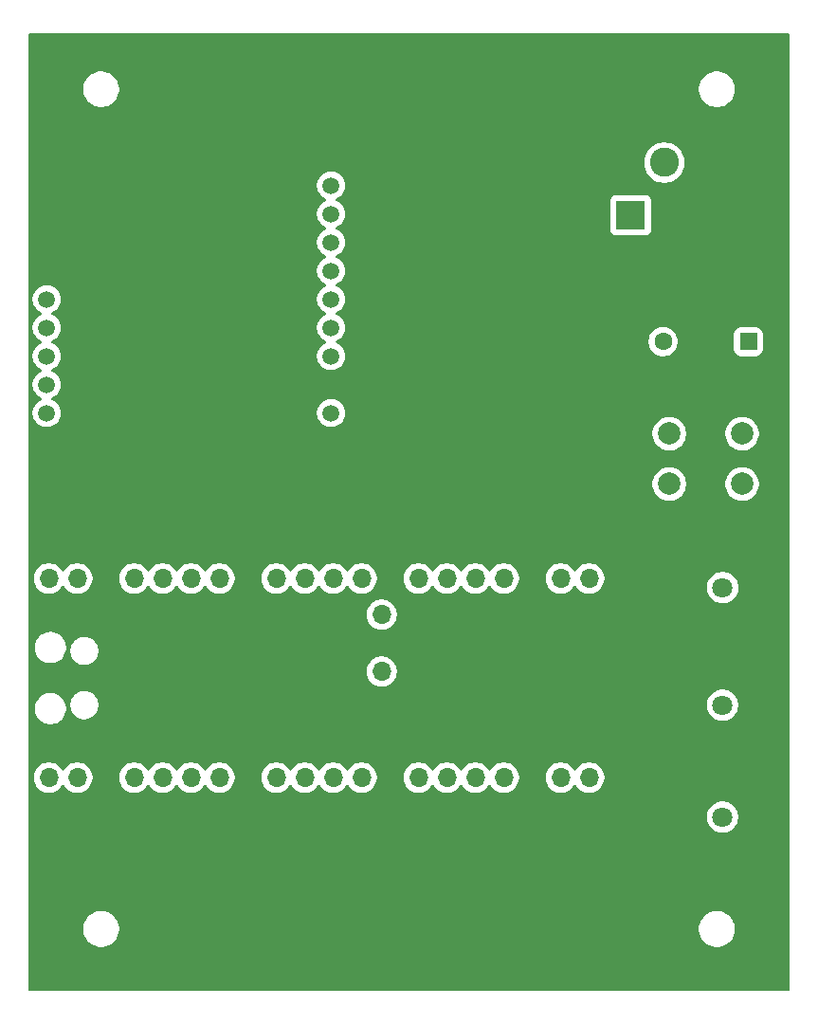
<source format=gbl>
G04 #@! TF.GenerationSoftware,KiCad,Pcbnew,9.0.0*
G04 #@! TF.CreationDate,2025-05-15T15:17:57-04:00*
G04 #@! TF.ProjectId,blood_pressure,626c6f6f-645f-4707-9265-73737572652e,rev?*
G04 #@! TF.SameCoordinates,Original*
G04 #@! TF.FileFunction,Copper,L4,Bot*
G04 #@! TF.FilePolarity,Positive*
%FSLAX46Y46*%
G04 Gerber Fmt 4.6, Leading zero omitted, Abs format (unit mm)*
G04 Created by KiCad (PCBNEW 9.0.0) date 2025-05-15 15:17:57*
%MOMM*%
%LPD*%
G01*
G04 APERTURE LIST*
G04 Aperture macros list*
%AMRoundRect*
0 Rectangle with rounded corners*
0 $1 Rounding radius*
0 $2 $3 $4 $5 $6 $7 $8 $9 X,Y pos of 4 corners*
0 Add a 4 corners polygon primitive as box body*
4,1,4,$2,$3,$4,$5,$6,$7,$8,$9,$2,$3,0*
0 Add four circle primitives for the rounded corners*
1,1,$1+$1,$2,$3*
1,1,$1+$1,$4,$5*
1,1,$1+$1,$6,$7*
1,1,$1+$1,$8,$9*
0 Add four rect primitives between the rounded corners*
20,1,$1+$1,$2,$3,$4,$5,0*
20,1,$1+$1,$4,$5,$6,$7,0*
20,1,$1+$1,$6,$7,$8,$9,0*
20,1,$1+$1,$8,$9,$2,$3,0*%
G04 Aperture macros list end*
G04 #@! TA.AperFunction,ComponentPad*
%ADD10C,1.508000*%
G04 #@! TD*
G04 #@! TA.AperFunction,ComponentPad*
%ADD11R,2.600000X2.600000*%
G04 #@! TD*
G04 #@! TA.AperFunction,ComponentPad*
%ADD12C,2.600000*%
G04 #@! TD*
G04 #@! TA.AperFunction,ComponentPad*
%ADD13O,1.700000X1.700000*%
G04 #@! TD*
G04 #@! TA.AperFunction,ComponentPad*
%ADD14R,1.700000X1.700000*%
G04 #@! TD*
G04 #@! TA.AperFunction,ComponentPad*
%ADD15R,1.800000X1.800000*%
G04 #@! TD*
G04 #@! TA.AperFunction,ComponentPad*
%ADD16C,1.800000*%
G04 #@! TD*
G04 #@! TA.AperFunction,ComponentPad*
%ADD17C,2.000000*%
G04 #@! TD*
G04 #@! TA.AperFunction,ComponentPad*
%ADD18RoundRect,0.250000X0.550000X0.550000X-0.550000X0.550000X-0.550000X-0.550000X0.550000X-0.550000X0*%
G04 #@! TD*
G04 #@! TA.AperFunction,ComponentPad*
%ADD19C,1.600000*%
G04 #@! TD*
G04 APERTURE END LIST*
D10*
X107625000Y-56414000D03*
X107625000Y-53874000D03*
X107625000Y-51334000D03*
X107625000Y-48794000D03*
X107625000Y-46254000D03*
X133025000Y-56414000D03*
X133025000Y-53874000D03*
X133025000Y-51334000D03*
X133025000Y-48794000D03*
X133025000Y-46254000D03*
X133025000Y-43714000D03*
X133025000Y-41174000D03*
X133025000Y-38634000D03*
X133025000Y-36094000D03*
D11*
X159800000Y-38750000D03*
D12*
X165800000Y-38750000D03*
X162800000Y-34050000D03*
D13*
X107830000Y-88974100D03*
X110370000Y-88974100D03*
D14*
X112910000Y-88974100D03*
D13*
X115450000Y-88974100D03*
X117990000Y-88974100D03*
X120530000Y-88974100D03*
X123070000Y-88974100D03*
D14*
X125610000Y-88974100D03*
D13*
X128150000Y-88974100D03*
X130690000Y-88974100D03*
X133230000Y-88974100D03*
X135770000Y-88974100D03*
D14*
X138310000Y-88974100D03*
D13*
X140850000Y-88974100D03*
X143390000Y-88974100D03*
X145930000Y-88974100D03*
X148470000Y-88974100D03*
D14*
X151010000Y-88974100D03*
D13*
X153550000Y-88974100D03*
X156090000Y-88974100D03*
X156090000Y-71194100D03*
X153550000Y-71194100D03*
D14*
X151010000Y-71194100D03*
D13*
X148470000Y-71194100D03*
X145930000Y-71194100D03*
X143390000Y-71194100D03*
X140850000Y-71194100D03*
D14*
X138310000Y-71194100D03*
D13*
X135770000Y-71194100D03*
X133230000Y-71194100D03*
X130690000Y-71194100D03*
X128150000Y-71194100D03*
D14*
X125610000Y-71194100D03*
D13*
X123070000Y-71194100D03*
X120530000Y-71194100D03*
X117990000Y-71194100D03*
X115450000Y-71194100D03*
D14*
X112910000Y-71194100D03*
D13*
X110370000Y-71194100D03*
X107830000Y-71194100D03*
X137560000Y-79500000D03*
D14*
X137560000Y-76960000D03*
D13*
X137560000Y-74420000D03*
D15*
X165475000Y-72000000D03*
D16*
X168015000Y-72000000D03*
D15*
X165460000Y-82500000D03*
D16*
X168000000Y-82500000D03*
D15*
X165460000Y-92500000D03*
D16*
X168000000Y-92500000D03*
D17*
X163250000Y-62750000D03*
X169750000Y-62750000D03*
X163250000Y-58250000D03*
X169750000Y-58250000D03*
D18*
X170305000Y-50052500D03*
D19*
X162685000Y-50052500D03*
G04 #@! TA.AperFunction,Conductor*
G36*
X173942539Y-22520185D02*
G01*
X173988294Y-22572989D01*
X173999500Y-22624500D01*
X173999500Y-107875500D01*
X173979815Y-107942539D01*
X173927011Y-107988294D01*
X173875500Y-107999500D01*
X106124000Y-107999500D01*
X106056961Y-107979815D01*
X106011206Y-107927011D01*
X106000000Y-107875500D01*
X106000000Y-102374038D01*
X110899500Y-102374038D01*
X110899500Y-102625961D01*
X110938910Y-102874785D01*
X111016760Y-103114383D01*
X111131132Y-103338848D01*
X111279201Y-103542649D01*
X111279205Y-103542654D01*
X111457345Y-103720794D01*
X111457350Y-103720798D01*
X111635117Y-103849952D01*
X111661155Y-103868870D01*
X111804184Y-103941747D01*
X111885616Y-103983239D01*
X111885618Y-103983239D01*
X111885621Y-103983241D01*
X112125215Y-104061090D01*
X112374038Y-104100500D01*
X112374039Y-104100500D01*
X112625961Y-104100500D01*
X112625962Y-104100500D01*
X112874785Y-104061090D01*
X113114379Y-103983241D01*
X113338845Y-103868870D01*
X113542656Y-103720793D01*
X113720793Y-103542656D01*
X113868870Y-103338845D01*
X113983241Y-103114379D01*
X114061090Y-102874785D01*
X114100500Y-102625962D01*
X114100500Y-102374038D01*
X165899500Y-102374038D01*
X165899500Y-102625961D01*
X165938910Y-102874785D01*
X166016760Y-103114383D01*
X166131132Y-103338848D01*
X166279201Y-103542649D01*
X166279205Y-103542654D01*
X166457345Y-103720794D01*
X166457350Y-103720798D01*
X166635117Y-103849952D01*
X166661155Y-103868870D01*
X166804184Y-103941747D01*
X166885616Y-103983239D01*
X166885618Y-103983239D01*
X166885621Y-103983241D01*
X167125215Y-104061090D01*
X167374038Y-104100500D01*
X167374039Y-104100500D01*
X167625961Y-104100500D01*
X167625962Y-104100500D01*
X167874785Y-104061090D01*
X168114379Y-103983241D01*
X168338845Y-103868870D01*
X168542656Y-103720793D01*
X168720793Y-103542656D01*
X168868870Y-103338845D01*
X168983241Y-103114379D01*
X169061090Y-102874785D01*
X169100500Y-102625962D01*
X169100500Y-102374038D01*
X169061090Y-102125215D01*
X168983241Y-101885621D01*
X168983239Y-101885618D01*
X168983239Y-101885616D01*
X168941747Y-101804184D01*
X168868870Y-101661155D01*
X168849952Y-101635117D01*
X168720798Y-101457350D01*
X168720794Y-101457345D01*
X168542654Y-101279205D01*
X168542649Y-101279201D01*
X168338848Y-101131132D01*
X168338847Y-101131131D01*
X168338845Y-101131130D01*
X168268747Y-101095413D01*
X168114383Y-101016760D01*
X167874785Y-100938910D01*
X167625962Y-100899500D01*
X167374038Y-100899500D01*
X167249626Y-100919205D01*
X167125214Y-100938910D01*
X166885616Y-101016760D01*
X166661151Y-101131132D01*
X166457350Y-101279201D01*
X166457345Y-101279205D01*
X166279205Y-101457345D01*
X166279201Y-101457350D01*
X166131132Y-101661151D01*
X166016760Y-101885616D01*
X165938910Y-102125214D01*
X165899500Y-102374038D01*
X114100500Y-102374038D01*
X114061090Y-102125215D01*
X113983241Y-101885621D01*
X113983239Y-101885618D01*
X113983239Y-101885616D01*
X113941747Y-101804184D01*
X113868870Y-101661155D01*
X113849952Y-101635117D01*
X113720798Y-101457350D01*
X113720794Y-101457345D01*
X113542654Y-101279205D01*
X113542649Y-101279201D01*
X113338848Y-101131132D01*
X113338847Y-101131131D01*
X113338845Y-101131130D01*
X113268747Y-101095413D01*
X113114383Y-101016760D01*
X112874785Y-100938910D01*
X112625962Y-100899500D01*
X112374038Y-100899500D01*
X112249626Y-100919205D01*
X112125214Y-100938910D01*
X111885616Y-101016760D01*
X111661151Y-101131132D01*
X111457350Y-101279201D01*
X111457345Y-101279205D01*
X111279205Y-101457345D01*
X111279201Y-101457350D01*
X111131132Y-101661151D01*
X111016760Y-101885616D01*
X110938910Y-102125214D01*
X110899500Y-102374038D01*
X106000000Y-102374038D01*
X106000000Y-92389778D01*
X166599500Y-92389778D01*
X166599500Y-92610221D01*
X166633985Y-92827952D01*
X166702103Y-93037603D01*
X166702104Y-93037606D01*
X166802187Y-93234025D01*
X166931752Y-93412358D01*
X166931756Y-93412363D01*
X167087636Y-93568243D01*
X167087641Y-93568247D01*
X167243192Y-93681260D01*
X167265978Y-93697815D01*
X167394375Y-93763237D01*
X167462393Y-93797895D01*
X167462396Y-93797896D01*
X167567221Y-93831955D01*
X167672049Y-93866015D01*
X167889778Y-93900500D01*
X167889779Y-93900500D01*
X168110221Y-93900500D01*
X168110222Y-93900500D01*
X168327951Y-93866015D01*
X168537606Y-93797895D01*
X168734022Y-93697815D01*
X168912365Y-93568242D01*
X169068242Y-93412365D01*
X169197815Y-93234022D01*
X169297895Y-93037606D01*
X169366015Y-92827951D01*
X169400500Y-92610222D01*
X169400500Y-92389778D01*
X169366015Y-92172049D01*
X169297895Y-91962394D01*
X169297895Y-91962393D01*
X169263237Y-91894375D01*
X169197815Y-91765978D01*
X169181260Y-91743192D01*
X169068247Y-91587641D01*
X169068243Y-91587636D01*
X168912363Y-91431756D01*
X168912358Y-91431752D01*
X168734025Y-91302187D01*
X168734024Y-91302186D01*
X168734022Y-91302185D01*
X168671096Y-91270122D01*
X168537606Y-91202104D01*
X168537603Y-91202103D01*
X168327952Y-91133985D01*
X168219086Y-91116742D01*
X168110222Y-91099500D01*
X167889778Y-91099500D01*
X167817201Y-91110995D01*
X167672047Y-91133985D01*
X167462396Y-91202103D01*
X167462393Y-91202104D01*
X167265974Y-91302187D01*
X167087641Y-91431752D01*
X167087636Y-91431756D01*
X166931756Y-91587636D01*
X166931752Y-91587641D01*
X166802187Y-91765974D01*
X166702104Y-91962393D01*
X166702103Y-91962396D01*
X166633985Y-92172047D01*
X166599500Y-92389778D01*
X106000000Y-92389778D01*
X106000000Y-88867813D01*
X106479500Y-88867813D01*
X106479500Y-89080386D01*
X106512753Y-89290339D01*
X106578444Y-89492514D01*
X106674951Y-89681920D01*
X106799890Y-89853886D01*
X106950213Y-90004209D01*
X107122179Y-90129148D01*
X107122181Y-90129149D01*
X107122184Y-90129151D01*
X107311588Y-90225657D01*
X107513757Y-90291346D01*
X107723713Y-90324600D01*
X107723714Y-90324600D01*
X107936286Y-90324600D01*
X107936287Y-90324600D01*
X108146243Y-90291346D01*
X108348412Y-90225657D01*
X108537816Y-90129151D01*
X108559789Y-90113186D01*
X108709786Y-90004209D01*
X108709788Y-90004206D01*
X108709792Y-90004204D01*
X108860104Y-89853892D01*
X108860106Y-89853888D01*
X108860109Y-89853886D01*
X108985048Y-89681920D01*
X108985047Y-89681920D01*
X108985051Y-89681916D01*
X108989514Y-89673154D01*
X109037488Y-89622359D01*
X109105308Y-89605563D01*
X109171444Y-89628099D01*
X109210486Y-89673156D01*
X109214951Y-89681920D01*
X109339890Y-89853886D01*
X109490213Y-90004209D01*
X109662179Y-90129148D01*
X109662181Y-90129149D01*
X109662184Y-90129151D01*
X109851588Y-90225657D01*
X110053757Y-90291346D01*
X110263713Y-90324600D01*
X110263714Y-90324600D01*
X110476286Y-90324600D01*
X110476287Y-90324600D01*
X110686243Y-90291346D01*
X110888412Y-90225657D01*
X111077816Y-90129151D01*
X111099789Y-90113186D01*
X111249786Y-90004209D01*
X111249788Y-90004206D01*
X111249792Y-90004204D01*
X111400104Y-89853892D01*
X111400106Y-89853888D01*
X111400109Y-89853886D01*
X111525048Y-89681920D01*
X111525047Y-89681920D01*
X111525051Y-89681916D01*
X111621557Y-89492512D01*
X111687246Y-89290343D01*
X111720500Y-89080387D01*
X111720500Y-88867813D01*
X114099500Y-88867813D01*
X114099500Y-89080386D01*
X114132753Y-89290339D01*
X114198444Y-89492514D01*
X114294951Y-89681920D01*
X114419890Y-89853886D01*
X114570213Y-90004209D01*
X114742179Y-90129148D01*
X114742181Y-90129149D01*
X114742184Y-90129151D01*
X114931588Y-90225657D01*
X115133757Y-90291346D01*
X115343713Y-90324600D01*
X115343714Y-90324600D01*
X115556286Y-90324600D01*
X115556287Y-90324600D01*
X115766243Y-90291346D01*
X115968412Y-90225657D01*
X116157816Y-90129151D01*
X116179789Y-90113186D01*
X116329786Y-90004209D01*
X116329788Y-90004206D01*
X116329792Y-90004204D01*
X116480104Y-89853892D01*
X116480106Y-89853888D01*
X116480109Y-89853886D01*
X116605048Y-89681920D01*
X116605047Y-89681920D01*
X116605051Y-89681916D01*
X116609514Y-89673154D01*
X116657488Y-89622359D01*
X116725308Y-89605563D01*
X116791444Y-89628099D01*
X116830486Y-89673156D01*
X116834951Y-89681920D01*
X116959890Y-89853886D01*
X117110213Y-90004209D01*
X117282179Y-90129148D01*
X117282181Y-90129149D01*
X117282184Y-90129151D01*
X117471588Y-90225657D01*
X117673757Y-90291346D01*
X117883713Y-90324600D01*
X117883714Y-90324600D01*
X118096286Y-90324600D01*
X118096287Y-90324600D01*
X118306243Y-90291346D01*
X118508412Y-90225657D01*
X118697816Y-90129151D01*
X118719789Y-90113186D01*
X118869786Y-90004209D01*
X118869788Y-90004206D01*
X118869792Y-90004204D01*
X119020104Y-89853892D01*
X119020106Y-89853888D01*
X119020109Y-89853886D01*
X119145048Y-89681920D01*
X119145047Y-89681920D01*
X119145051Y-89681916D01*
X119149514Y-89673154D01*
X119197488Y-89622359D01*
X119265308Y-89605563D01*
X119331444Y-89628099D01*
X119370486Y-89673156D01*
X119374951Y-89681920D01*
X119499890Y-89853886D01*
X119650213Y-90004209D01*
X119822179Y-90129148D01*
X119822181Y-90129149D01*
X119822184Y-90129151D01*
X120011588Y-90225657D01*
X120213757Y-90291346D01*
X120423713Y-90324600D01*
X120423714Y-90324600D01*
X120636286Y-90324600D01*
X120636287Y-90324600D01*
X120846243Y-90291346D01*
X121048412Y-90225657D01*
X121237816Y-90129151D01*
X121259789Y-90113186D01*
X121409786Y-90004209D01*
X121409788Y-90004206D01*
X121409792Y-90004204D01*
X121560104Y-89853892D01*
X121560106Y-89853888D01*
X121560109Y-89853886D01*
X121685048Y-89681920D01*
X121685047Y-89681920D01*
X121685051Y-89681916D01*
X121689514Y-89673154D01*
X121737488Y-89622359D01*
X121805308Y-89605563D01*
X121871444Y-89628099D01*
X121910486Y-89673156D01*
X121914951Y-89681920D01*
X122039890Y-89853886D01*
X122190213Y-90004209D01*
X122362179Y-90129148D01*
X122362181Y-90129149D01*
X122362184Y-90129151D01*
X122551588Y-90225657D01*
X122753757Y-90291346D01*
X122963713Y-90324600D01*
X122963714Y-90324600D01*
X123176286Y-90324600D01*
X123176287Y-90324600D01*
X123386243Y-90291346D01*
X123588412Y-90225657D01*
X123777816Y-90129151D01*
X123799789Y-90113186D01*
X123949786Y-90004209D01*
X123949788Y-90004206D01*
X123949792Y-90004204D01*
X124100104Y-89853892D01*
X124100106Y-89853888D01*
X124100109Y-89853886D01*
X124225048Y-89681920D01*
X124225047Y-89681920D01*
X124225051Y-89681916D01*
X124321557Y-89492512D01*
X124387246Y-89290343D01*
X124420500Y-89080387D01*
X124420500Y-88867813D01*
X126799500Y-88867813D01*
X126799500Y-89080386D01*
X126832753Y-89290339D01*
X126898444Y-89492514D01*
X126994951Y-89681920D01*
X127119890Y-89853886D01*
X127270213Y-90004209D01*
X127442179Y-90129148D01*
X127442181Y-90129149D01*
X127442184Y-90129151D01*
X127631588Y-90225657D01*
X127833757Y-90291346D01*
X128043713Y-90324600D01*
X128043714Y-90324600D01*
X128256286Y-90324600D01*
X128256287Y-90324600D01*
X128466243Y-90291346D01*
X128668412Y-90225657D01*
X128857816Y-90129151D01*
X128879789Y-90113186D01*
X129029786Y-90004209D01*
X129029788Y-90004206D01*
X129029792Y-90004204D01*
X129180104Y-89853892D01*
X129180106Y-89853888D01*
X129180109Y-89853886D01*
X129305048Y-89681920D01*
X129305047Y-89681920D01*
X129305051Y-89681916D01*
X129309514Y-89673154D01*
X129357488Y-89622359D01*
X129425308Y-89605563D01*
X129491444Y-89628099D01*
X129530486Y-89673156D01*
X129534951Y-89681920D01*
X129659890Y-89853886D01*
X129810213Y-90004209D01*
X129982179Y-90129148D01*
X129982181Y-90129149D01*
X129982184Y-90129151D01*
X130171588Y-90225657D01*
X130373757Y-90291346D01*
X130583713Y-90324600D01*
X130583714Y-90324600D01*
X130796286Y-90324600D01*
X130796287Y-90324600D01*
X131006243Y-90291346D01*
X131208412Y-90225657D01*
X131397816Y-90129151D01*
X131419789Y-90113186D01*
X131569786Y-90004209D01*
X131569788Y-90004206D01*
X131569792Y-90004204D01*
X131720104Y-89853892D01*
X131720106Y-89853888D01*
X131720109Y-89853886D01*
X131845048Y-89681920D01*
X131845047Y-89681920D01*
X131845051Y-89681916D01*
X131849514Y-89673154D01*
X131897488Y-89622359D01*
X131965308Y-89605563D01*
X132031444Y-89628099D01*
X132070486Y-89673156D01*
X132074951Y-89681920D01*
X132199890Y-89853886D01*
X132350213Y-90004209D01*
X132522179Y-90129148D01*
X132522181Y-90129149D01*
X132522184Y-90129151D01*
X132711588Y-90225657D01*
X132913757Y-90291346D01*
X133123713Y-90324600D01*
X133123714Y-90324600D01*
X133336286Y-90324600D01*
X133336287Y-90324600D01*
X133546243Y-90291346D01*
X133748412Y-90225657D01*
X133937816Y-90129151D01*
X133959789Y-90113186D01*
X134109786Y-90004209D01*
X134109788Y-90004206D01*
X134109792Y-90004204D01*
X134260104Y-89853892D01*
X134260106Y-89853888D01*
X134260109Y-89853886D01*
X134385048Y-89681920D01*
X134385047Y-89681920D01*
X134385051Y-89681916D01*
X134389514Y-89673154D01*
X134437488Y-89622359D01*
X134505308Y-89605563D01*
X134571444Y-89628099D01*
X134610486Y-89673156D01*
X134614951Y-89681920D01*
X134739890Y-89853886D01*
X134890213Y-90004209D01*
X135062179Y-90129148D01*
X135062181Y-90129149D01*
X135062184Y-90129151D01*
X135251588Y-90225657D01*
X135453757Y-90291346D01*
X135663713Y-90324600D01*
X135663714Y-90324600D01*
X135876286Y-90324600D01*
X135876287Y-90324600D01*
X136086243Y-90291346D01*
X136288412Y-90225657D01*
X136477816Y-90129151D01*
X136499789Y-90113186D01*
X136649786Y-90004209D01*
X136649788Y-90004206D01*
X136649792Y-90004204D01*
X136800104Y-89853892D01*
X136800106Y-89853888D01*
X136800109Y-89853886D01*
X136925048Y-89681920D01*
X136925047Y-89681920D01*
X136925051Y-89681916D01*
X137021557Y-89492512D01*
X137087246Y-89290343D01*
X137120500Y-89080387D01*
X137120500Y-88867813D01*
X139499500Y-88867813D01*
X139499500Y-89080386D01*
X139532753Y-89290339D01*
X139598444Y-89492514D01*
X139694951Y-89681920D01*
X139819890Y-89853886D01*
X139970213Y-90004209D01*
X140142179Y-90129148D01*
X140142181Y-90129149D01*
X140142184Y-90129151D01*
X140331588Y-90225657D01*
X140533757Y-90291346D01*
X140743713Y-90324600D01*
X140743714Y-90324600D01*
X140956286Y-90324600D01*
X140956287Y-90324600D01*
X141166243Y-90291346D01*
X141368412Y-90225657D01*
X141557816Y-90129151D01*
X141579789Y-90113186D01*
X141729786Y-90004209D01*
X141729788Y-90004206D01*
X141729792Y-90004204D01*
X141880104Y-89853892D01*
X141880106Y-89853888D01*
X141880109Y-89853886D01*
X142005048Y-89681920D01*
X142005047Y-89681920D01*
X142005051Y-89681916D01*
X142009514Y-89673154D01*
X142057488Y-89622359D01*
X142125308Y-89605563D01*
X142191444Y-89628099D01*
X142230486Y-89673156D01*
X142234951Y-89681920D01*
X142359890Y-89853886D01*
X142510213Y-90004209D01*
X142682179Y-90129148D01*
X142682181Y-90129149D01*
X142682184Y-90129151D01*
X142871588Y-90225657D01*
X143073757Y-90291346D01*
X143283713Y-90324600D01*
X143283714Y-90324600D01*
X143496286Y-90324600D01*
X143496287Y-90324600D01*
X143706243Y-90291346D01*
X143908412Y-90225657D01*
X144097816Y-90129151D01*
X144119789Y-90113186D01*
X144269786Y-90004209D01*
X144269788Y-90004206D01*
X144269792Y-90004204D01*
X144420104Y-89853892D01*
X144420106Y-89853888D01*
X144420109Y-89853886D01*
X144545048Y-89681920D01*
X144545047Y-89681920D01*
X144545051Y-89681916D01*
X144549514Y-89673154D01*
X144597488Y-89622359D01*
X144665308Y-89605563D01*
X144731444Y-89628099D01*
X144770486Y-89673156D01*
X144774951Y-89681920D01*
X144899890Y-89853886D01*
X145050213Y-90004209D01*
X145222179Y-90129148D01*
X145222181Y-90129149D01*
X145222184Y-90129151D01*
X145411588Y-90225657D01*
X145613757Y-90291346D01*
X145823713Y-90324600D01*
X145823714Y-90324600D01*
X146036286Y-90324600D01*
X146036287Y-90324600D01*
X146246243Y-90291346D01*
X146448412Y-90225657D01*
X146637816Y-90129151D01*
X146659789Y-90113186D01*
X146809786Y-90004209D01*
X146809788Y-90004206D01*
X146809792Y-90004204D01*
X146960104Y-89853892D01*
X146960106Y-89853888D01*
X146960109Y-89853886D01*
X147085048Y-89681920D01*
X147085047Y-89681920D01*
X147085051Y-89681916D01*
X147089514Y-89673154D01*
X147137488Y-89622359D01*
X147205308Y-89605563D01*
X147271444Y-89628099D01*
X147310486Y-89673156D01*
X147314951Y-89681920D01*
X147439890Y-89853886D01*
X147590213Y-90004209D01*
X147762179Y-90129148D01*
X147762181Y-90129149D01*
X147762184Y-90129151D01*
X147951588Y-90225657D01*
X148153757Y-90291346D01*
X148363713Y-90324600D01*
X148363714Y-90324600D01*
X148576286Y-90324600D01*
X148576287Y-90324600D01*
X148786243Y-90291346D01*
X148988412Y-90225657D01*
X149177816Y-90129151D01*
X149199789Y-90113186D01*
X149349786Y-90004209D01*
X149349788Y-90004206D01*
X149349792Y-90004204D01*
X149500104Y-89853892D01*
X149500106Y-89853888D01*
X149500109Y-89853886D01*
X149625048Y-89681920D01*
X149625047Y-89681920D01*
X149625051Y-89681916D01*
X149721557Y-89492512D01*
X149787246Y-89290343D01*
X149820500Y-89080387D01*
X149820500Y-88867813D01*
X152199500Y-88867813D01*
X152199500Y-89080386D01*
X152232753Y-89290339D01*
X152298444Y-89492514D01*
X152394951Y-89681920D01*
X152519890Y-89853886D01*
X152670213Y-90004209D01*
X152842179Y-90129148D01*
X152842181Y-90129149D01*
X152842184Y-90129151D01*
X153031588Y-90225657D01*
X153233757Y-90291346D01*
X153443713Y-90324600D01*
X153443714Y-90324600D01*
X153656286Y-90324600D01*
X153656287Y-90324600D01*
X153866243Y-90291346D01*
X154068412Y-90225657D01*
X154257816Y-90129151D01*
X154279789Y-90113186D01*
X154429786Y-90004209D01*
X154429788Y-90004206D01*
X154429792Y-90004204D01*
X154580104Y-89853892D01*
X154580106Y-89853888D01*
X154580109Y-89853886D01*
X154705048Y-89681920D01*
X154705047Y-89681920D01*
X154705051Y-89681916D01*
X154709514Y-89673154D01*
X154757488Y-89622359D01*
X154825308Y-89605563D01*
X154891444Y-89628099D01*
X154930486Y-89673156D01*
X154934951Y-89681920D01*
X155059890Y-89853886D01*
X155210213Y-90004209D01*
X155382179Y-90129148D01*
X155382181Y-90129149D01*
X155382184Y-90129151D01*
X155571588Y-90225657D01*
X155773757Y-90291346D01*
X155983713Y-90324600D01*
X155983714Y-90324600D01*
X156196286Y-90324600D01*
X156196287Y-90324600D01*
X156406243Y-90291346D01*
X156608412Y-90225657D01*
X156797816Y-90129151D01*
X156819789Y-90113186D01*
X156969786Y-90004209D01*
X156969788Y-90004206D01*
X156969792Y-90004204D01*
X157120104Y-89853892D01*
X157120106Y-89853888D01*
X157120109Y-89853886D01*
X157245048Y-89681920D01*
X157245047Y-89681920D01*
X157245051Y-89681916D01*
X157341557Y-89492512D01*
X157407246Y-89290343D01*
X157440500Y-89080387D01*
X157440500Y-88867813D01*
X157407246Y-88657857D01*
X157341557Y-88455688D01*
X157245051Y-88266284D01*
X157245049Y-88266281D01*
X157245048Y-88266279D01*
X157120109Y-88094313D01*
X156969786Y-87943990D01*
X156797820Y-87819051D01*
X156608414Y-87722544D01*
X156608413Y-87722543D01*
X156608412Y-87722543D01*
X156406243Y-87656854D01*
X156406241Y-87656853D01*
X156406240Y-87656853D01*
X156244957Y-87631308D01*
X156196287Y-87623600D01*
X155983713Y-87623600D01*
X155935042Y-87631308D01*
X155773760Y-87656853D01*
X155571585Y-87722544D01*
X155382179Y-87819051D01*
X155210213Y-87943990D01*
X155059890Y-88094313D01*
X154934949Y-88266282D01*
X154930484Y-88275046D01*
X154882509Y-88325842D01*
X154814688Y-88342636D01*
X154748553Y-88320098D01*
X154709516Y-88275046D01*
X154705050Y-88266282D01*
X154580109Y-88094313D01*
X154429786Y-87943990D01*
X154257820Y-87819051D01*
X154068414Y-87722544D01*
X154068413Y-87722543D01*
X154068412Y-87722543D01*
X153866243Y-87656854D01*
X153866241Y-87656853D01*
X153866240Y-87656853D01*
X153704957Y-87631308D01*
X153656287Y-87623600D01*
X153443713Y-87623600D01*
X153395042Y-87631308D01*
X153233760Y-87656853D01*
X153031585Y-87722544D01*
X152842179Y-87819051D01*
X152670213Y-87943990D01*
X152519890Y-88094313D01*
X152394951Y-88266279D01*
X152298444Y-88455685D01*
X152232753Y-88657860D01*
X152199500Y-88867813D01*
X149820500Y-88867813D01*
X149787246Y-88657857D01*
X149721557Y-88455688D01*
X149625051Y-88266284D01*
X149625049Y-88266281D01*
X149625048Y-88266279D01*
X149500109Y-88094313D01*
X149349786Y-87943990D01*
X149177820Y-87819051D01*
X148988414Y-87722544D01*
X148988413Y-87722543D01*
X148988412Y-87722543D01*
X148786243Y-87656854D01*
X148786241Y-87656853D01*
X148786240Y-87656853D01*
X148624957Y-87631308D01*
X148576287Y-87623600D01*
X148363713Y-87623600D01*
X148315042Y-87631308D01*
X148153760Y-87656853D01*
X147951585Y-87722544D01*
X147762179Y-87819051D01*
X147590213Y-87943990D01*
X147439890Y-88094313D01*
X147314949Y-88266282D01*
X147310484Y-88275046D01*
X147262509Y-88325842D01*
X147194688Y-88342636D01*
X147128553Y-88320098D01*
X147089516Y-88275046D01*
X147085050Y-88266282D01*
X146960109Y-88094313D01*
X146809786Y-87943990D01*
X146637820Y-87819051D01*
X146448414Y-87722544D01*
X146448413Y-87722543D01*
X146448412Y-87722543D01*
X146246243Y-87656854D01*
X146246241Y-87656853D01*
X146246240Y-87656853D01*
X146084957Y-87631308D01*
X146036287Y-87623600D01*
X145823713Y-87623600D01*
X145775042Y-87631308D01*
X145613760Y-87656853D01*
X145411585Y-87722544D01*
X145222179Y-87819051D01*
X145050213Y-87943990D01*
X144899890Y-88094313D01*
X144774949Y-88266282D01*
X144770484Y-88275046D01*
X144722509Y-88325842D01*
X144654688Y-88342636D01*
X144588553Y-88320098D01*
X144549516Y-88275046D01*
X144545050Y-88266282D01*
X144420109Y-88094313D01*
X144269786Y-87943990D01*
X144097820Y-87819051D01*
X143908414Y-87722544D01*
X143908413Y-87722543D01*
X143908412Y-87722543D01*
X143706243Y-87656854D01*
X143706241Y-87656853D01*
X143706240Y-87656853D01*
X143544957Y-87631308D01*
X143496287Y-87623600D01*
X143283713Y-87623600D01*
X143235042Y-87631308D01*
X143073760Y-87656853D01*
X142871585Y-87722544D01*
X142682179Y-87819051D01*
X142510213Y-87943990D01*
X142359890Y-88094313D01*
X142234949Y-88266282D01*
X142230484Y-88275046D01*
X142182509Y-88325842D01*
X142114688Y-88342636D01*
X142048553Y-88320098D01*
X142009516Y-88275046D01*
X142005050Y-88266282D01*
X141880109Y-88094313D01*
X141729786Y-87943990D01*
X141557820Y-87819051D01*
X141368414Y-87722544D01*
X141368413Y-87722543D01*
X141368412Y-87722543D01*
X141166243Y-87656854D01*
X141166241Y-87656853D01*
X141166240Y-87656853D01*
X141004957Y-87631308D01*
X140956287Y-87623600D01*
X140743713Y-87623600D01*
X140695042Y-87631308D01*
X140533760Y-87656853D01*
X140331585Y-87722544D01*
X140142179Y-87819051D01*
X139970213Y-87943990D01*
X139819890Y-88094313D01*
X139694951Y-88266279D01*
X139598444Y-88455685D01*
X139532753Y-88657860D01*
X139499500Y-88867813D01*
X137120500Y-88867813D01*
X137087246Y-88657857D01*
X137021557Y-88455688D01*
X136925051Y-88266284D01*
X136925049Y-88266281D01*
X136925048Y-88266279D01*
X136800109Y-88094313D01*
X136649786Y-87943990D01*
X136477820Y-87819051D01*
X136288414Y-87722544D01*
X136288413Y-87722543D01*
X136288412Y-87722543D01*
X136086243Y-87656854D01*
X136086241Y-87656853D01*
X136086240Y-87656853D01*
X135924957Y-87631308D01*
X135876287Y-87623600D01*
X135663713Y-87623600D01*
X135615042Y-87631308D01*
X135453760Y-87656853D01*
X135251585Y-87722544D01*
X135062179Y-87819051D01*
X134890213Y-87943990D01*
X134739890Y-88094313D01*
X134614949Y-88266282D01*
X134610484Y-88275046D01*
X134562509Y-88325842D01*
X134494688Y-88342636D01*
X134428553Y-88320098D01*
X134389516Y-88275046D01*
X134385050Y-88266282D01*
X134260109Y-88094313D01*
X134109786Y-87943990D01*
X133937820Y-87819051D01*
X133748414Y-87722544D01*
X133748413Y-87722543D01*
X133748412Y-87722543D01*
X133546243Y-87656854D01*
X133546241Y-87656853D01*
X133546240Y-87656853D01*
X133384957Y-87631308D01*
X133336287Y-87623600D01*
X133123713Y-87623600D01*
X133075042Y-87631308D01*
X132913760Y-87656853D01*
X132711585Y-87722544D01*
X132522179Y-87819051D01*
X132350213Y-87943990D01*
X132199890Y-88094313D01*
X132074949Y-88266282D01*
X132070484Y-88275046D01*
X132022509Y-88325842D01*
X131954688Y-88342636D01*
X131888553Y-88320098D01*
X131849516Y-88275046D01*
X131845050Y-88266282D01*
X131720109Y-88094313D01*
X131569786Y-87943990D01*
X131397820Y-87819051D01*
X131208414Y-87722544D01*
X131208413Y-87722543D01*
X131208412Y-87722543D01*
X131006243Y-87656854D01*
X131006241Y-87656853D01*
X131006240Y-87656853D01*
X130844957Y-87631308D01*
X130796287Y-87623600D01*
X130583713Y-87623600D01*
X130535042Y-87631308D01*
X130373760Y-87656853D01*
X130171585Y-87722544D01*
X129982179Y-87819051D01*
X129810213Y-87943990D01*
X129659890Y-88094313D01*
X129534949Y-88266282D01*
X129530484Y-88275046D01*
X129482509Y-88325842D01*
X129414688Y-88342636D01*
X129348553Y-88320098D01*
X129309516Y-88275046D01*
X129305050Y-88266282D01*
X129180109Y-88094313D01*
X129029786Y-87943990D01*
X128857820Y-87819051D01*
X128668414Y-87722544D01*
X128668413Y-87722543D01*
X128668412Y-87722543D01*
X128466243Y-87656854D01*
X128466241Y-87656853D01*
X128466240Y-87656853D01*
X128304957Y-87631308D01*
X128256287Y-87623600D01*
X128043713Y-87623600D01*
X127995042Y-87631308D01*
X127833760Y-87656853D01*
X127631585Y-87722544D01*
X127442179Y-87819051D01*
X127270213Y-87943990D01*
X127119890Y-88094313D01*
X126994951Y-88266279D01*
X126898444Y-88455685D01*
X126832753Y-88657860D01*
X126799500Y-88867813D01*
X124420500Y-88867813D01*
X124387246Y-88657857D01*
X124321557Y-88455688D01*
X124225051Y-88266284D01*
X124225049Y-88266281D01*
X124225048Y-88266279D01*
X124100109Y-88094313D01*
X123949786Y-87943990D01*
X123777820Y-87819051D01*
X123588414Y-87722544D01*
X123588413Y-87722543D01*
X123588412Y-87722543D01*
X123386243Y-87656854D01*
X123386241Y-87656853D01*
X123386240Y-87656853D01*
X123224957Y-87631308D01*
X123176287Y-87623600D01*
X122963713Y-87623600D01*
X122915042Y-87631308D01*
X122753760Y-87656853D01*
X122551585Y-87722544D01*
X122362179Y-87819051D01*
X122190213Y-87943990D01*
X122039890Y-88094313D01*
X121914949Y-88266282D01*
X121910484Y-88275046D01*
X121862509Y-88325842D01*
X121794688Y-88342636D01*
X121728553Y-88320098D01*
X121689516Y-88275046D01*
X121685050Y-88266282D01*
X121560109Y-88094313D01*
X121409786Y-87943990D01*
X121237820Y-87819051D01*
X121048414Y-87722544D01*
X121048413Y-87722543D01*
X121048412Y-87722543D01*
X120846243Y-87656854D01*
X120846241Y-87656853D01*
X120846240Y-87656853D01*
X120684957Y-87631308D01*
X120636287Y-87623600D01*
X120423713Y-87623600D01*
X120375042Y-87631308D01*
X120213760Y-87656853D01*
X120011585Y-87722544D01*
X119822179Y-87819051D01*
X119650213Y-87943990D01*
X119499890Y-88094313D01*
X119374949Y-88266282D01*
X119370484Y-88275046D01*
X119322509Y-88325842D01*
X119254688Y-88342636D01*
X119188553Y-88320098D01*
X119149516Y-88275046D01*
X119145050Y-88266282D01*
X119020109Y-88094313D01*
X118869786Y-87943990D01*
X118697820Y-87819051D01*
X118508414Y-87722544D01*
X118508413Y-87722543D01*
X118508412Y-87722543D01*
X118306243Y-87656854D01*
X118306241Y-87656853D01*
X118306240Y-87656853D01*
X118144957Y-87631308D01*
X118096287Y-87623600D01*
X117883713Y-87623600D01*
X117835042Y-87631308D01*
X117673760Y-87656853D01*
X117471585Y-87722544D01*
X117282179Y-87819051D01*
X117110213Y-87943990D01*
X116959890Y-88094313D01*
X116834949Y-88266282D01*
X116830484Y-88275046D01*
X116782509Y-88325842D01*
X116714688Y-88342636D01*
X116648553Y-88320098D01*
X116609516Y-88275046D01*
X116605050Y-88266282D01*
X116480109Y-88094313D01*
X116329786Y-87943990D01*
X116157820Y-87819051D01*
X115968414Y-87722544D01*
X115968413Y-87722543D01*
X115968412Y-87722543D01*
X115766243Y-87656854D01*
X115766241Y-87656853D01*
X115766240Y-87656853D01*
X115604957Y-87631308D01*
X115556287Y-87623600D01*
X115343713Y-87623600D01*
X115295042Y-87631308D01*
X115133760Y-87656853D01*
X114931585Y-87722544D01*
X114742179Y-87819051D01*
X114570213Y-87943990D01*
X114419890Y-88094313D01*
X114294951Y-88266279D01*
X114198444Y-88455685D01*
X114132753Y-88657860D01*
X114099500Y-88867813D01*
X111720500Y-88867813D01*
X111687246Y-88657857D01*
X111621557Y-88455688D01*
X111525051Y-88266284D01*
X111525049Y-88266281D01*
X111525048Y-88266279D01*
X111400109Y-88094313D01*
X111249786Y-87943990D01*
X111077820Y-87819051D01*
X110888414Y-87722544D01*
X110888413Y-87722543D01*
X110888412Y-87722543D01*
X110686243Y-87656854D01*
X110686241Y-87656853D01*
X110686240Y-87656853D01*
X110524957Y-87631308D01*
X110476287Y-87623600D01*
X110263713Y-87623600D01*
X110215042Y-87631308D01*
X110053760Y-87656853D01*
X109851585Y-87722544D01*
X109662179Y-87819051D01*
X109490213Y-87943990D01*
X109339890Y-88094313D01*
X109214949Y-88266282D01*
X109210484Y-88275046D01*
X109162509Y-88325842D01*
X109094688Y-88342636D01*
X109028553Y-88320098D01*
X108989516Y-88275046D01*
X108985050Y-88266282D01*
X108860109Y-88094313D01*
X108709786Y-87943990D01*
X108537820Y-87819051D01*
X108348414Y-87722544D01*
X108348413Y-87722543D01*
X108348412Y-87722543D01*
X108146243Y-87656854D01*
X108146241Y-87656853D01*
X108146240Y-87656853D01*
X107984957Y-87631308D01*
X107936287Y-87623600D01*
X107723713Y-87623600D01*
X107675042Y-87631308D01*
X107513760Y-87656853D01*
X107311585Y-87722544D01*
X107122179Y-87819051D01*
X106950213Y-87943990D01*
X106799890Y-88094313D01*
X106674951Y-88266279D01*
X106578444Y-88455685D01*
X106512753Y-88657860D01*
X106479500Y-88867813D01*
X106000000Y-88867813D01*
X106000000Y-82698878D01*
X106559500Y-82698878D01*
X106559500Y-82919321D01*
X106593985Y-83137052D01*
X106662103Y-83346703D01*
X106662104Y-83346706D01*
X106762187Y-83543125D01*
X106891752Y-83721458D01*
X106891756Y-83721463D01*
X107047636Y-83877343D01*
X107047641Y-83877347D01*
X107079509Y-83900500D01*
X107225978Y-84006915D01*
X107354375Y-84072337D01*
X107422393Y-84106995D01*
X107422396Y-84106996D01*
X107527221Y-84141055D01*
X107632049Y-84175115D01*
X107849778Y-84209600D01*
X107849779Y-84209600D01*
X108070221Y-84209600D01*
X108070222Y-84209600D01*
X108287951Y-84175115D01*
X108497606Y-84106995D01*
X108694022Y-84006915D01*
X108872365Y-83877342D01*
X109028242Y-83721465D01*
X109157815Y-83543122D01*
X109257895Y-83346706D01*
X109326015Y-83137051D01*
X109360500Y-82919322D01*
X109360500Y-82698878D01*
X109326015Y-82481149D01*
X109303118Y-82410677D01*
X109739500Y-82410677D01*
X109739500Y-82607522D01*
X109770290Y-82801926D01*
X109831117Y-82989129D01*
X109906488Y-83137052D01*
X109920476Y-83164505D01*
X110036172Y-83323746D01*
X110175354Y-83462928D01*
X110334595Y-83578624D01*
X110417455Y-83620843D01*
X110509970Y-83667982D01*
X110509972Y-83667982D01*
X110509975Y-83667984D01*
X110601776Y-83697812D01*
X110697173Y-83728809D01*
X110891578Y-83759600D01*
X110891583Y-83759600D01*
X111088422Y-83759600D01*
X111282826Y-83728809D01*
X111305428Y-83721465D01*
X111470025Y-83667984D01*
X111645405Y-83578624D01*
X111804646Y-83462928D01*
X111943828Y-83323746D01*
X112059524Y-83164505D01*
X112148884Y-82989125D01*
X112209709Y-82801926D01*
X112240072Y-82610222D01*
X112240500Y-82607522D01*
X112240500Y-82410677D01*
X112239490Y-82404299D01*
X112239490Y-82404298D01*
X112237190Y-82389778D01*
X166599500Y-82389778D01*
X166599500Y-82610221D01*
X166633985Y-82827952D01*
X166702103Y-83037603D01*
X166702104Y-83037606D01*
X166802187Y-83234025D01*
X166931752Y-83412358D01*
X166931756Y-83412363D01*
X167087636Y-83568243D01*
X167087641Y-83568247D01*
X167224916Y-83667982D01*
X167265978Y-83697815D01*
X167387237Y-83759600D01*
X167462393Y-83797895D01*
X167462396Y-83797896D01*
X167567221Y-83831955D01*
X167672049Y-83866015D01*
X167889778Y-83900500D01*
X167889779Y-83900500D01*
X168110221Y-83900500D01*
X168110222Y-83900500D01*
X168327951Y-83866015D01*
X168537606Y-83797895D01*
X168734022Y-83697815D01*
X168912365Y-83568242D01*
X169068242Y-83412365D01*
X169197815Y-83234022D01*
X169297895Y-83037606D01*
X169366015Y-82827951D01*
X169400500Y-82610222D01*
X169400500Y-82389778D01*
X169366015Y-82172049D01*
X169297895Y-81962394D01*
X169297895Y-81962393D01*
X169263237Y-81894375D01*
X169197815Y-81765978D01*
X169145848Y-81694451D01*
X169068247Y-81587641D01*
X169068243Y-81587636D01*
X168912363Y-81431756D01*
X168912358Y-81431752D01*
X168734025Y-81302187D01*
X168734024Y-81302186D01*
X168734022Y-81302185D01*
X168648483Y-81258600D01*
X168537606Y-81202104D01*
X168537603Y-81202103D01*
X168327952Y-81133985D01*
X168219086Y-81116742D01*
X168110222Y-81099500D01*
X167889778Y-81099500D01*
X167817201Y-81110995D01*
X167672047Y-81133985D01*
X167462396Y-81202103D01*
X167462393Y-81202104D01*
X167265974Y-81302187D01*
X167087641Y-81431752D01*
X167087636Y-81431756D01*
X166931756Y-81587636D01*
X166931752Y-81587641D01*
X166802187Y-81765974D01*
X166702104Y-81962393D01*
X166702103Y-81962396D01*
X166633985Y-82172047D01*
X166599500Y-82389778D01*
X112237190Y-82389778D01*
X112209709Y-82216273D01*
X112148882Y-82029070D01*
X112059523Y-81853694D01*
X111943828Y-81694454D01*
X111804646Y-81555272D01*
X111645405Y-81439576D01*
X111630057Y-81431756D01*
X111470029Y-81350217D01*
X111282826Y-81289390D01*
X111088422Y-81258600D01*
X111088417Y-81258600D01*
X110891583Y-81258600D01*
X110891578Y-81258600D01*
X110697173Y-81289390D01*
X110509970Y-81350217D01*
X110334594Y-81439576D01*
X110243741Y-81505585D01*
X110175354Y-81555272D01*
X110175352Y-81555274D01*
X110175351Y-81555274D01*
X110036174Y-81694451D01*
X110036174Y-81694452D01*
X110036172Y-81694454D01*
X109986485Y-81762841D01*
X109920476Y-81853694D01*
X109831117Y-82029070D01*
X109770290Y-82216273D01*
X109739500Y-82410677D01*
X109303118Y-82410677D01*
X109257896Y-82271496D01*
X109257895Y-82271493D01*
X109223237Y-82203475D01*
X109157815Y-82075078D01*
X109124392Y-82029075D01*
X109028247Y-81896741D01*
X109028243Y-81896736D01*
X108872363Y-81740856D01*
X108872358Y-81740852D01*
X108694025Y-81611287D01*
X108694024Y-81611286D01*
X108694022Y-81611285D01*
X108631096Y-81579222D01*
X108497606Y-81511204D01*
X108497603Y-81511203D01*
X108287952Y-81443085D01*
X108179086Y-81425842D01*
X108070222Y-81408600D01*
X107849778Y-81408600D01*
X107777201Y-81420095D01*
X107632047Y-81443085D01*
X107422396Y-81511203D01*
X107422393Y-81511204D01*
X107225974Y-81611287D01*
X107047641Y-81740852D01*
X107047636Y-81740856D01*
X106891756Y-81896736D01*
X106891752Y-81896741D01*
X106762187Y-82075074D01*
X106662104Y-82271493D01*
X106662103Y-82271496D01*
X106593985Y-82481147D01*
X106559500Y-82698878D01*
X106000000Y-82698878D01*
X106000000Y-79393713D01*
X136209500Y-79393713D01*
X136209500Y-79606286D01*
X136242753Y-79816239D01*
X136308444Y-80018414D01*
X136404951Y-80207820D01*
X136529890Y-80379786D01*
X136680213Y-80530109D01*
X136852179Y-80655048D01*
X136852181Y-80655049D01*
X136852184Y-80655051D01*
X137041588Y-80751557D01*
X137243757Y-80817246D01*
X137453713Y-80850500D01*
X137453714Y-80850500D01*
X137666286Y-80850500D01*
X137666287Y-80850500D01*
X137876243Y-80817246D01*
X138078412Y-80751557D01*
X138267816Y-80655051D01*
X138289789Y-80639086D01*
X138439786Y-80530109D01*
X138439788Y-80530106D01*
X138439792Y-80530104D01*
X138590104Y-80379792D01*
X138590106Y-80379788D01*
X138590109Y-80379786D01*
X138715048Y-80207820D01*
X138715047Y-80207820D01*
X138715051Y-80207816D01*
X138811557Y-80018412D01*
X138877246Y-79816243D01*
X138910500Y-79606287D01*
X138910500Y-79393713D01*
X138877246Y-79183757D01*
X138811557Y-78981588D01*
X138715051Y-78792184D01*
X138715049Y-78792181D01*
X138715048Y-78792179D01*
X138590109Y-78620213D01*
X138439786Y-78469890D01*
X138267820Y-78344951D01*
X138078414Y-78248444D01*
X138078413Y-78248443D01*
X138078412Y-78248443D01*
X137876243Y-78182754D01*
X137876241Y-78182753D01*
X137876240Y-78182753D01*
X137714957Y-78157208D01*
X137666287Y-78149500D01*
X137453713Y-78149500D01*
X137405042Y-78157208D01*
X137243760Y-78182753D01*
X137041585Y-78248444D01*
X136852179Y-78344951D01*
X136680213Y-78469890D01*
X136529890Y-78620213D01*
X136404951Y-78792179D01*
X136308444Y-78981585D01*
X136242753Y-79183760D01*
X136209500Y-79393713D01*
X106000000Y-79393713D01*
X106000000Y-77248878D01*
X106559500Y-77248878D01*
X106559500Y-77469321D01*
X106593985Y-77687052D01*
X106662103Y-77896703D01*
X106662104Y-77896706D01*
X106762187Y-78093125D01*
X106891752Y-78271458D01*
X106891756Y-78271463D01*
X107047636Y-78427343D01*
X107047641Y-78427347D01*
X107203192Y-78540360D01*
X107225978Y-78556915D01*
X107335903Y-78612925D01*
X107422393Y-78656995D01*
X107422396Y-78656996D01*
X107527221Y-78691055D01*
X107632049Y-78725115D01*
X107849778Y-78759600D01*
X107849779Y-78759600D01*
X108070221Y-78759600D01*
X108070222Y-78759600D01*
X108287951Y-78725115D01*
X108497606Y-78656995D01*
X108694022Y-78556915D01*
X108872365Y-78427342D01*
X109028242Y-78271465D01*
X109157815Y-78093122D01*
X109257895Y-77896706D01*
X109326015Y-77687051D01*
X109346031Y-77560677D01*
X109739500Y-77560677D01*
X109739500Y-77757522D01*
X109770290Y-77951926D01*
X109831117Y-78139129D01*
X109898545Y-78271463D01*
X109920476Y-78314505D01*
X110036172Y-78473746D01*
X110175354Y-78612928D01*
X110334595Y-78728624D01*
X110395389Y-78759600D01*
X110509970Y-78817982D01*
X110509972Y-78817982D01*
X110509975Y-78817984D01*
X110610317Y-78850587D01*
X110697173Y-78878809D01*
X110891578Y-78909600D01*
X110891583Y-78909600D01*
X111088422Y-78909600D01*
X111282826Y-78878809D01*
X111470025Y-78817984D01*
X111645405Y-78728624D01*
X111804646Y-78612928D01*
X111943828Y-78473746D01*
X112059524Y-78314505D01*
X112148884Y-78139125D01*
X112209709Y-77951926D01*
X112218455Y-77896706D01*
X112240500Y-77757522D01*
X112240500Y-77560677D01*
X112209709Y-77366273D01*
X112181487Y-77279417D01*
X112148884Y-77179075D01*
X112148882Y-77179072D01*
X112148882Y-77179070D01*
X112059523Y-77003694D01*
X111943828Y-76844454D01*
X111804646Y-76705272D01*
X111645405Y-76589576D01*
X111470029Y-76500217D01*
X111282826Y-76439390D01*
X111088422Y-76408600D01*
X111088417Y-76408600D01*
X110891583Y-76408600D01*
X110891578Y-76408600D01*
X110697173Y-76439390D01*
X110509970Y-76500217D01*
X110334594Y-76589576D01*
X110243741Y-76655585D01*
X110175354Y-76705272D01*
X110175352Y-76705274D01*
X110175351Y-76705274D01*
X110036174Y-76844451D01*
X110036174Y-76844452D01*
X110036172Y-76844454D01*
X109986485Y-76912841D01*
X109920476Y-77003694D01*
X109831117Y-77179070D01*
X109770290Y-77366273D01*
X109739500Y-77560677D01*
X109346031Y-77560677D01*
X109360500Y-77469322D01*
X109360500Y-77248878D01*
X109326015Y-77031149D01*
X109265355Y-76844454D01*
X109257896Y-76821496D01*
X109257895Y-76821493D01*
X109198676Y-76705272D01*
X109157815Y-76625078D01*
X109067098Y-76500216D01*
X109028247Y-76446741D01*
X109028243Y-76446736D01*
X108872363Y-76290856D01*
X108872358Y-76290852D01*
X108694025Y-76161287D01*
X108694024Y-76161286D01*
X108694022Y-76161285D01*
X108631096Y-76129222D01*
X108497606Y-76061204D01*
X108497603Y-76061203D01*
X108287952Y-75993085D01*
X108179086Y-75975842D01*
X108070222Y-75958600D01*
X107849778Y-75958600D01*
X107777201Y-75970095D01*
X107632047Y-75993085D01*
X107422396Y-76061203D01*
X107422393Y-76061204D01*
X107225974Y-76161287D01*
X107047641Y-76290852D01*
X107047636Y-76290856D01*
X106891756Y-76446736D01*
X106891752Y-76446741D01*
X106762187Y-76625074D01*
X106662104Y-76821493D01*
X106662103Y-76821496D01*
X106593985Y-77031147D01*
X106559500Y-77248878D01*
X106000000Y-77248878D01*
X106000000Y-74313713D01*
X136209500Y-74313713D01*
X136209500Y-74526286D01*
X136242753Y-74736239D01*
X136308444Y-74938414D01*
X136404951Y-75127820D01*
X136529890Y-75299786D01*
X136680213Y-75450109D01*
X136852179Y-75575048D01*
X136852181Y-75575049D01*
X136852184Y-75575051D01*
X137041588Y-75671557D01*
X137243757Y-75737246D01*
X137453713Y-75770500D01*
X137453714Y-75770500D01*
X137666286Y-75770500D01*
X137666287Y-75770500D01*
X137876243Y-75737246D01*
X138078412Y-75671557D01*
X138267816Y-75575051D01*
X138289789Y-75559086D01*
X138439786Y-75450109D01*
X138439788Y-75450106D01*
X138439792Y-75450104D01*
X138590104Y-75299792D01*
X138590106Y-75299788D01*
X138590109Y-75299786D01*
X138715048Y-75127820D01*
X138715047Y-75127820D01*
X138715051Y-75127816D01*
X138811557Y-74938412D01*
X138877246Y-74736243D01*
X138910500Y-74526287D01*
X138910500Y-74313713D01*
X138877246Y-74103757D01*
X138811557Y-73901588D01*
X138715051Y-73712184D01*
X138715049Y-73712181D01*
X138715048Y-73712179D01*
X138590109Y-73540213D01*
X138439786Y-73389890D01*
X138267820Y-73264951D01*
X138078414Y-73168444D01*
X138078413Y-73168443D01*
X138078412Y-73168443D01*
X137876243Y-73102754D01*
X137876241Y-73102753D01*
X137876240Y-73102753D01*
X137714957Y-73077208D01*
X137666287Y-73069500D01*
X137453713Y-73069500D01*
X137405042Y-73077208D01*
X137243760Y-73102753D01*
X137041585Y-73168444D01*
X136852179Y-73264951D01*
X136680213Y-73389890D01*
X136529890Y-73540213D01*
X136404951Y-73712179D01*
X136308444Y-73901585D01*
X136242753Y-74103760D01*
X136209500Y-74313713D01*
X106000000Y-74313713D01*
X106000000Y-71087813D01*
X106479500Y-71087813D01*
X106479500Y-71300386D01*
X106512753Y-71510339D01*
X106578444Y-71712514D01*
X106674951Y-71901920D01*
X106799890Y-72073886D01*
X106950213Y-72224209D01*
X107122179Y-72349148D01*
X107122181Y-72349149D01*
X107122184Y-72349151D01*
X107311588Y-72445657D01*
X107513757Y-72511346D01*
X107723713Y-72544600D01*
X107723714Y-72544600D01*
X107936286Y-72544600D01*
X107936287Y-72544600D01*
X108146243Y-72511346D01*
X108348412Y-72445657D01*
X108537816Y-72349151D01*
X108566996Y-72327951D01*
X108709786Y-72224209D01*
X108709788Y-72224206D01*
X108709792Y-72224204D01*
X108860104Y-72073892D01*
X108860106Y-72073888D01*
X108860109Y-72073886D01*
X108985048Y-71901920D01*
X108985049Y-71901919D01*
X108985051Y-71901916D01*
X108989514Y-71893154D01*
X109037488Y-71842359D01*
X109105308Y-71825563D01*
X109171444Y-71848099D01*
X109210486Y-71893156D01*
X109214951Y-71901920D01*
X109339890Y-72073886D01*
X109490213Y-72224209D01*
X109662179Y-72349148D01*
X109662181Y-72349149D01*
X109662184Y-72349151D01*
X109851588Y-72445657D01*
X110053757Y-72511346D01*
X110263713Y-72544600D01*
X110263714Y-72544600D01*
X110476286Y-72544600D01*
X110476287Y-72544600D01*
X110686243Y-72511346D01*
X110888412Y-72445657D01*
X111077816Y-72349151D01*
X111106996Y-72327951D01*
X111249786Y-72224209D01*
X111249788Y-72224206D01*
X111249792Y-72224204D01*
X111400104Y-72073892D01*
X111400106Y-72073888D01*
X111400109Y-72073886D01*
X111525048Y-71901920D01*
X111525049Y-71901919D01*
X111525051Y-71901916D01*
X111621557Y-71712512D01*
X111687246Y-71510343D01*
X111720500Y-71300387D01*
X111720500Y-71087813D01*
X114099500Y-71087813D01*
X114099500Y-71300386D01*
X114132753Y-71510339D01*
X114198444Y-71712514D01*
X114294951Y-71901920D01*
X114419890Y-72073886D01*
X114570213Y-72224209D01*
X114742179Y-72349148D01*
X114742181Y-72349149D01*
X114742184Y-72349151D01*
X114931588Y-72445657D01*
X115133757Y-72511346D01*
X115343713Y-72544600D01*
X115343714Y-72544600D01*
X115556286Y-72544600D01*
X115556287Y-72544600D01*
X115766243Y-72511346D01*
X115968412Y-72445657D01*
X116157816Y-72349151D01*
X116186996Y-72327951D01*
X116329786Y-72224209D01*
X116329788Y-72224206D01*
X116329792Y-72224204D01*
X116480104Y-72073892D01*
X116480106Y-72073888D01*
X116480109Y-72073886D01*
X116605048Y-71901920D01*
X116605049Y-71901919D01*
X116605051Y-71901916D01*
X116609514Y-71893154D01*
X116657488Y-71842359D01*
X116725308Y-71825563D01*
X116791444Y-71848099D01*
X116830486Y-71893156D01*
X116834951Y-71901920D01*
X116959890Y-72073886D01*
X117110213Y-72224209D01*
X117282179Y-72349148D01*
X117282181Y-72349149D01*
X117282184Y-72349151D01*
X117471588Y-72445657D01*
X117673757Y-72511346D01*
X117883713Y-72544600D01*
X117883714Y-72544600D01*
X118096286Y-72544600D01*
X118096287Y-72544600D01*
X118306243Y-72511346D01*
X118508412Y-72445657D01*
X118697816Y-72349151D01*
X118726996Y-72327951D01*
X118869786Y-72224209D01*
X118869788Y-72224206D01*
X118869792Y-72224204D01*
X119020104Y-72073892D01*
X119020106Y-72073888D01*
X119020109Y-72073886D01*
X119145048Y-71901920D01*
X119145049Y-71901919D01*
X119145051Y-71901916D01*
X119149514Y-71893154D01*
X119197488Y-71842359D01*
X119265308Y-71825563D01*
X119331444Y-71848099D01*
X119370486Y-71893156D01*
X119374951Y-71901920D01*
X119499890Y-72073886D01*
X119650213Y-72224209D01*
X119822179Y-72349148D01*
X119822181Y-72349149D01*
X119822184Y-72349151D01*
X120011588Y-72445657D01*
X120213757Y-72511346D01*
X120423713Y-72544600D01*
X120423714Y-72544600D01*
X120636286Y-72544600D01*
X120636287Y-72544600D01*
X120846243Y-72511346D01*
X121048412Y-72445657D01*
X121237816Y-72349151D01*
X121266996Y-72327951D01*
X121409786Y-72224209D01*
X121409788Y-72224206D01*
X121409792Y-72224204D01*
X121560104Y-72073892D01*
X121560106Y-72073888D01*
X121560109Y-72073886D01*
X121685048Y-71901920D01*
X121685049Y-71901919D01*
X121685051Y-71901916D01*
X121689514Y-71893154D01*
X121737488Y-71842359D01*
X121805308Y-71825563D01*
X121871444Y-71848099D01*
X121910486Y-71893156D01*
X121914951Y-71901920D01*
X122039890Y-72073886D01*
X122190213Y-72224209D01*
X122362179Y-72349148D01*
X122362181Y-72349149D01*
X122362184Y-72349151D01*
X122551588Y-72445657D01*
X122753757Y-72511346D01*
X122963713Y-72544600D01*
X122963714Y-72544600D01*
X123176286Y-72544600D01*
X123176287Y-72544600D01*
X123386243Y-72511346D01*
X123588412Y-72445657D01*
X123777816Y-72349151D01*
X123806996Y-72327951D01*
X123949786Y-72224209D01*
X123949788Y-72224206D01*
X123949792Y-72224204D01*
X124100104Y-72073892D01*
X124100106Y-72073888D01*
X124100109Y-72073886D01*
X124225048Y-71901920D01*
X124225049Y-71901919D01*
X124225051Y-71901916D01*
X124321557Y-71712512D01*
X124387246Y-71510343D01*
X124420500Y-71300387D01*
X124420500Y-71087813D01*
X126799500Y-71087813D01*
X126799500Y-71300386D01*
X126832753Y-71510339D01*
X126898444Y-71712514D01*
X126994951Y-71901920D01*
X127119890Y-72073886D01*
X127270213Y-72224209D01*
X127442179Y-72349148D01*
X127442181Y-72349149D01*
X127442184Y-72349151D01*
X127631588Y-72445657D01*
X127833757Y-72511346D01*
X128043713Y-72544600D01*
X128043714Y-72544600D01*
X128256286Y-72544600D01*
X128256287Y-72544600D01*
X128466243Y-72511346D01*
X128668412Y-72445657D01*
X128857816Y-72349151D01*
X128886996Y-72327951D01*
X129029786Y-72224209D01*
X129029788Y-72224206D01*
X129029792Y-72224204D01*
X129180104Y-72073892D01*
X129180106Y-72073888D01*
X129180109Y-72073886D01*
X129305048Y-71901920D01*
X129305049Y-71901919D01*
X129305051Y-71901916D01*
X129309514Y-71893154D01*
X129357488Y-71842359D01*
X129425308Y-71825563D01*
X129491444Y-71848099D01*
X129530486Y-71893156D01*
X129534951Y-71901920D01*
X129659890Y-72073886D01*
X129810213Y-72224209D01*
X129982179Y-72349148D01*
X129982181Y-72349149D01*
X129982184Y-72349151D01*
X130171588Y-72445657D01*
X130373757Y-72511346D01*
X130583713Y-72544600D01*
X130583714Y-72544600D01*
X130796286Y-72544600D01*
X130796287Y-72544600D01*
X131006243Y-72511346D01*
X131208412Y-72445657D01*
X131397816Y-72349151D01*
X131426996Y-72327951D01*
X131569786Y-72224209D01*
X131569788Y-72224206D01*
X131569792Y-72224204D01*
X131720104Y-72073892D01*
X131720106Y-72073888D01*
X131720109Y-72073886D01*
X131845048Y-71901920D01*
X131845049Y-71901919D01*
X131845051Y-71901916D01*
X131849514Y-71893154D01*
X131897488Y-71842359D01*
X131965308Y-71825563D01*
X132031444Y-71848099D01*
X132070486Y-71893156D01*
X132074951Y-71901920D01*
X132199890Y-72073886D01*
X132350213Y-72224209D01*
X132522179Y-72349148D01*
X132522181Y-72349149D01*
X132522184Y-72349151D01*
X132711588Y-72445657D01*
X132913757Y-72511346D01*
X133123713Y-72544600D01*
X133123714Y-72544600D01*
X133336286Y-72544600D01*
X133336287Y-72544600D01*
X133546243Y-72511346D01*
X133748412Y-72445657D01*
X133937816Y-72349151D01*
X133966996Y-72327951D01*
X134109786Y-72224209D01*
X134109788Y-72224206D01*
X134109792Y-72224204D01*
X134260104Y-72073892D01*
X134260106Y-72073888D01*
X134260109Y-72073886D01*
X134385048Y-71901920D01*
X134385049Y-71901919D01*
X134385051Y-71901916D01*
X134389514Y-71893154D01*
X134437488Y-71842359D01*
X134505308Y-71825563D01*
X134571444Y-71848099D01*
X134610486Y-71893156D01*
X134614951Y-71901920D01*
X134739890Y-72073886D01*
X134890213Y-72224209D01*
X135062179Y-72349148D01*
X135062181Y-72349149D01*
X135062184Y-72349151D01*
X135251588Y-72445657D01*
X135453757Y-72511346D01*
X135663713Y-72544600D01*
X135663714Y-72544600D01*
X135876286Y-72544600D01*
X135876287Y-72544600D01*
X136086243Y-72511346D01*
X136288412Y-72445657D01*
X136477816Y-72349151D01*
X136506996Y-72327951D01*
X136649786Y-72224209D01*
X136649788Y-72224206D01*
X136649792Y-72224204D01*
X136800104Y-72073892D01*
X136800106Y-72073888D01*
X136800109Y-72073886D01*
X136925048Y-71901920D01*
X136925049Y-71901919D01*
X136925051Y-71901916D01*
X137021557Y-71712512D01*
X137087246Y-71510343D01*
X137120500Y-71300387D01*
X137120500Y-71087813D01*
X139499500Y-71087813D01*
X139499500Y-71300386D01*
X139532753Y-71510339D01*
X139598444Y-71712514D01*
X139694951Y-71901920D01*
X139819890Y-72073886D01*
X139970213Y-72224209D01*
X140142179Y-72349148D01*
X140142181Y-72349149D01*
X140142184Y-72349151D01*
X140331588Y-72445657D01*
X140533757Y-72511346D01*
X140743713Y-72544600D01*
X140743714Y-72544600D01*
X140956286Y-72544600D01*
X140956287Y-72544600D01*
X141166243Y-72511346D01*
X141368412Y-72445657D01*
X141557816Y-72349151D01*
X141586996Y-72327951D01*
X141729786Y-72224209D01*
X141729788Y-72224206D01*
X141729792Y-72224204D01*
X141880104Y-72073892D01*
X141880106Y-72073888D01*
X141880109Y-72073886D01*
X142005048Y-71901920D01*
X142005049Y-71901919D01*
X142005051Y-71901916D01*
X142009514Y-71893154D01*
X142057488Y-71842359D01*
X142125308Y-71825563D01*
X142191444Y-71848099D01*
X142230486Y-71893156D01*
X142234951Y-71901920D01*
X142359890Y-72073886D01*
X142510213Y-72224209D01*
X142682179Y-72349148D01*
X142682181Y-72349149D01*
X142682184Y-72349151D01*
X142871588Y-72445657D01*
X143073757Y-72511346D01*
X143283713Y-72544600D01*
X143283714Y-72544600D01*
X143496286Y-72544600D01*
X143496287Y-72544600D01*
X143706243Y-72511346D01*
X143908412Y-72445657D01*
X144097816Y-72349151D01*
X144126996Y-72327951D01*
X144269786Y-72224209D01*
X144269788Y-72224206D01*
X144269792Y-72224204D01*
X144420104Y-72073892D01*
X144420106Y-72073888D01*
X144420109Y-72073886D01*
X144545048Y-71901920D01*
X144545049Y-71901919D01*
X144545051Y-71901916D01*
X144549514Y-71893154D01*
X144597488Y-71842359D01*
X144665308Y-71825563D01*
X144731444Y-71848099D01*
X144770486Y-71893156D01*
X144774951Y-71901920D01*
X144899890Y-72073886D01*
X145050213Y-72224209D01*
X145222179Y-72349148D01*
X145222181Y-72349149D01*
X145222184Y-72349151D01*
X145411588Y-72445657D01*
X145613757Y-72511346D01*
X145823713Y-72544600D01*
X145823714Y-72544600D01*
X146036286Y-72544600D01*
X146036287Y-72544600D01*
X146246243Y-72511346D01*
X146448412Y-72445657D01*
X146637816Y-72349151D01*
X146666996Y-72327951D01*
X146809786Y-72224209D01*
X146809788Y-72224206D01*
X146809792Y-72224204D01*
X146960104Y-72073892D01*
X146960106Y-72073888D01*
X146960109Y-72073886D01*
X147085048Y-71901920D01*
X147085049Y-71901919D01*
X147085051Y-71901916D01*
X147089514Y-71893154D01*
X147137488Y-71842359D01*
X147205308Y-71825563D01*
X147271444Y-71848099D01*
X147310486Y-71893156D01*
X147314951Y-71901920D01*
X147439890Y-72073886D01*
X147590213Y-72224209D01*
X147762179Y-72349148D01*
X147762181Y-72349149D01*
X147762184Y-72349151D01*
X147951588Y-72445657D01*
X148153757Y-72511346D01*
X148363713Y-72544600D01*
X148363714Y-72544600D01*
X148576286Y-72544600D01*
X148576287Y-72544600D01*
X148786243Y-72511346D01*
X148988412Y-72445657D01*
X149177816Y-72349151D01*
X149206996Y-72327951D01*
X149349786Y-72224209D01*
X149349788Y-72224206D01*
X149349792Y-72224204D01*
X149500104Y-72073892D01*
X149500106Y-72073888D01*
X149500109Y-72073886D01*
X149625048Y-71901920D01*
X149625049Y-71901919D01*
X149625051Y-71901916D01*
X149721557Y-71712512D01*
X149787246Y-71510343D01*
X149820500Y-71300387D01*
X149820500Y-71087813D01*
X152199500Y-71087813D01*
X152199500Y-71300386D01*
X152232753Y-71510339D01*
X152298444Y-71712514D01*
X152394951Y-71901920D01*
X152519890Y-72073886D01*
X152670213Y-72224209D01*
X152842179Y-72349148D01*
X152842181Y-72349149D01*
X152842184Y-72349151D01*
X153031588Y-72445657D01*
X153233757Y-72511346D01*
X153443713Y-72544600D01*
X153443714Y-72544600D01*
X153656286Y-72544600D01*
X153656287Y-72544600D01*
X153866243Y-72511346D01*
X154068412Y-72445657D01*
X154257816Y-72349151D01*
X154286996Y-72327951D01*
X154429786Y-72224209D01*
X154429788Y-72224206D01*
X154429792Y-72224204D01*
X154580104Y-72073892D01*
X154580106Y-72073888D01*
X154580109Y-72073886D01*
X154705048Y-71901920D01*
X154705049Y-71901919D01*
X154705051Y-71901916D01*
X154709514Y-71893154D01*
X154757488Y-71842359D01*
X154825308Y-71825563D01*
X154891444Y-71848099D01*
X154930486Y-71893156D01*
X154934951Y-71901920D01*
X155059890Y-72073886D01*
X155210213Y-72224209D01*
X155382179Y-72349148D01*
X155382181Y-72349149D01*
X155382184Y-72349151D01*
X155571588Y-72445657D01*
X155773757Y-72511346D01*
X155983713Y-72544600D01*
X155983714Y-72544600D01*
X156196286Y-72544600D01*
X156196287Y-72544600D01*
X156406243Y-72511346D01*
X156608412Y-72445657D01*
X156797816Y-72349151D01*
X156826996Y-72327951D01*
X156969786Y-72224209D01*
X156969788Y-72224206D01*
X156969792Y-72224204D01*
X157120104Y-72073892D01*
X157120106Y-72073888D01*
X157120109Y-72073886D01*
X157174899Y-71998471D01*
X157245051Y-71901916D01*
X157251236Y-71889778D01*
X166614500Y-71889778D01*
X166614500Y-72110221D01*
X166648985Y-72327952D01*
X166717103Y-72537603D01*
X166717104Y-72537606D01*
X166817187Y-72734025D01*
X166946752Y-72912358D01*
X166946756Y-72912363D01*
X167102636Y-73068243D01*
X167102641Y-73068247D01*
X167240551Y-73168443D01*
X167280978Y-73197815D01*
X167409375Y-73263237D01*
X167477393Y-73297895D01*
X167477396Y-73297896D01*
X167582221Y-73331955D01*
X167687049Y-73366015D01*
X167904778Y-73400500D01*
X167904779Y-73400500D01*
X168125221Y-73400500D01*
X168125222Y-73400500D01*
X168342951Y-73366015D01*
X168552606Y-73297895D01*
X168749022Y-73197815D01*
X168927365Y-73068242D01*
X169083242Y-72912365D01*
X169212815Y-72734022D01*
X169312895Y-72537606D01*
X169381015Y-72327951D01*
X169415500Y-72110222D01*
X169415500Y-71889778D01*
X169381015Y-71672049D01*
X169346955Y-71567221D01*
X169312896Y-71462396D01*
X169312895Y-71462393D01*
X169230347Y-71300387D01*
X169212815Y-71265978D01*
X169196260Y-71243192D01*
X169083247Y-71087641D01*
X169083243Y-71087636D01*
X168927363Y-70931756D01*
X168927358Y-70931752D01*
X168749025Y-70802187D01*
X168749024Y-70802186D01*
X168749022Y-70802185D01*
X168686096Y-70770122D01*
X168552606Y-70702104D01*
X168552603Y-70702103D01*
X168342952Y-70633985D01*
X168234086Y-70616742D01*
X168125222Y-70599500D01*
X167904778Y-70599500D01*
X167832201Y-70610995D01*
X167687047Y-70633985D01*
X167477396Y-70702103D01*
X167477393Y-70702104D01*
X167280974Y-70802187D01*
X167102641Y-70931752D01*
X167102636Y-70931756D01*
X166946756Y-71087636D01*
X166946752Y-71087641D01*
X166817187Y-71265974D01*
X166717104Y-71462393D01*
X166717103Y-71462396D01*
X166648985Y-71672047D01*
X166614500Y-71889778D01*
X157251236Y-71889778D01*
X157341557Y-71712512D01*
X157407246Y-71510343D01*
X157440500Y-71300387D01*
X157440500Y-71087813D01*
X157407246Y-70877857D01*
X157341557Y-70675688D01*
X157245051Y-70486284D01*
X157245049Y-70486281D01*
X157245048Y-70486279D01*
X157120109Y-70314313D01*
X156969786Y-70163990D01*
X156797820Y-70039051D01*
X156608414Y-69942544D01*
X156608413Y-69942543D01*
X156608412Y-69942543D01*
X156406243Y-69876854D01*
X156406241Y-69876853D01*
X156406240Y-69876853D01*
X156244957Y-69851308D01*
X156196287Y-69843600D01*
X155983713Y-69843600D01*
X155935042Y-69851308D01*
X155773760Y-69876853D01*
X155571585Y-69942544D01*
X155382179Y-70039051D01*
X155210213Y-70163990D01*
X155059890Y-70314313D01*
X154934949Y-70486282D01*
X154930484Y-70495046D01*
X154882509Y-70545842D01*
X154814688Y-70562636D01*
X154748553Y-70540098D01*
X154709516Y-70495046D01*
X154705050Y-70486282D01*
X154580109Y-70314313D01*
X154429786Y-70163990D01*
X154257820Y-70039051D01*
X154068414Y-69942544D01*
X154068413Y-69942543D01*
X154068412Y-69942543D01*
X153866243Y-69876854D01*
X153866241Y-69876853D01*
X153866240Y-69876853D01*
X153704957Y-69851308D01*
X153656287Y-69843600D01*
X153443713Y-69843600D01*
X153395042Y-69851308D01*
X153233760Y-69876853D01*
X153031585Y-69942544D01*
X152842179Y-70039051D01*
X152670213Y-70163990D01*
X152519890Y-70314313D01*
X152394951Y-70486279D01*
X152298444Y-70675685D01*
X152232753Y-70877860D01*
X152199500Y-71087813D01*
X149820500Y-71087813D01*
X149787246Y-70877857D01*
X149721557Y-70675688D01*
X149625051Y-70486284D01*
X149625049Y-70486281D01*
X149625048Y-70486279D01*
X149500109Y-70314313D01*
X149349786Y-70163990D01*
X149177820Y-70039051D01*
X148988414Y-69942544D01*
X148988413Y-69942543D01*
X148988412Y-69942543D01*
X148786243Y-69876854D01*
X148786241Y-69876853D01*
X148786240Y-69876853D01*
X148624957Y-69851308D01*
X148576287Y-69843600D01*
X148363713Y-69843600D01*
X148315042Y-69851308D01*
X148153760Y-69876853D01*
X147951585Y-69942544D01*
X147762179Y-70039051D01*
X147590213Y-70163990D01*
X147439890Y-70314313D01*
X147314949Y-70486282D01*
X147310484Y-70495046D01*
X147262509Y-70545842D01*
X147194688Y-70562636D01*
X147128553Y-70540098D01*
X147089516Y-70495046D01*
X147085050Y-70486282D01*
X146960109Y-70314313D01*
X146809786Y-70163990D01*
X146637820Y-70039051D01*
X146448414Y-69942544D01*
X146448413Y-69942543D01*
X146448412Y-69942543D01*
X146246243Y-69876854D01*
X146246241Y-69876853D01*
X146246240Y-69876853D01*
X146084957Y-69851308D01*
X146036287Y-69843600D01*
X145823713Y-69843600D01*
X145775042Y-69851308D01*
X145613760Y-69876853D01*
X145411585Y-69942544D01*
X145222179Y-70039051D01*
X145050213Y-70163990D01*
X144899890Y-70314313D01*
X144774949Y-70486282D01*
X144770484Y-70495046D01*
X144722509Y-70545842D01*
X144654688Y-70562636D01*
X144588553Y-70540098D01*
X144549516Y-70495046D01*
X144545050Y-70486282D01*
X144420109Y-70314313D01*
X144269786Y-70163990D01*
X144097820Y-70039051D01*
X143908414Y-69942544D01*
X143908413Y-69942543D01*
X143908412Y-69942543D01*
X143706243Y-69876854D01*
X143706241Y-69876853D01*
X143706240Y-69876853D01*
X143544957Y-69851308D01*
X143496287Y-69843600D01*
X143283713Y-69843600D01*
X143235042Y-69851308D01*
X143073760Y-69876853D01*
X142871585Y-69942544D01*
X142682179Y-70039051D01*
X142510213Y-70163990D01*
X142359890Y-70314313D01*
X142234949Y-70486282D01*
X142230484Y-70495046D01*
X142182509Y-70545842D01*
X142114688Y-70562636D01*
X142048553Y-70540098D01*
X142009516Y-70495046D01*
X142005050Y-70486282D01*
X141880109Y-70314313D01*
X141729786Y-70163990D01*
X141557820Y-70039051D01*
X141368414Y-69942544D01*
X141368413Y-69942543D01*
X141368412Y-69942543D01*
X141166243Y-69876854D01*
X141166241Y-69876853D01*
X141166240Y-69876853D01*
X141004957Y-69851308D01*
X140956287Y-69843600D01*
X140743713Y-69843600D01*
X140695042Y-69851308D01*
X140533760Y-69876853D01*
X140331585Y-69942544D01*
X140142179Y-70039051D01*
X139970213Y-70163990D01*
X139819890Y-70314313D01*
X139694951Y-70486279D01*
X139598444Y-70675685D01*
X139532753Y-70877860D01*
X139499500Y-71087813D01*
X137120500Y-71087813D01*
X137087246Y-70877857D01*
X137021557Y-70675688D01*
X136925051Y-70486284D01*
X136925049Y-70486281D01*
X136925048Y-70486279D01*
X136800109Y-70314313D01*
X136649786Y-70163990D01*
X136477820Y-70039051D01*
X136288414Y-69942544D01*
X136288413Y-69942543D01*
X136288412Y-69942543D01*
X136086243Y-69876854D01*
X136086241Y-69876853D01*
X136086240Y-69876853D01*
X135924957Y-69851308D01*
X135876287Y-69843600D01*
X135663713Y-69843600D01*
X135615042Y-69851308D01*
X135453760Y-69876853D01*
X135251585Y-69942544D01*
X135062179Y-70039051D01*
X134890213Y-70163990D01*
X134739890Y-70314313D01*
X134614949Y-70486282D01*
X134610484Y-70495046D01*
X134562509Y-70545842D01*
X134494688Y-70562636D01*
X134428553Y-70540098D01*
X134389516Y-70495046D01*
X134385050Y-70486282D01*
X134260109Y-70314313D01*
X134109786Y-70163990D01*
X133937820Y-70039051D01*
X133748414Y-69942544D01*
X133748413Y-69942543D01*
X133748412Y-69942543D01*
X133546243Y-69876854D01*
X133546241Y-69876853D01*
X133546240Y-69876853D01*
X133384957Y-69851308D01*
X133336287Y-69843600D01*
X133123713Y-69843600D01*
X133075042Y-69851308D01*
X132913760Y-69876853D01*
X132711585Y-69942544D01*
X132522179Y-70039051D01*
X132350213Y-70163990D01*
X132199890Y-70314313D01*
X132074949Y-70486282D01*
X132070484Y-70495046D01*
X132022509Y-70545842D01*
X131954688Y-70562636D01*
X131888553Y-70540098D01*
X131849516Y-70495046D01*
X131845050Y-70486282D01*
X131720109Y-70314313D01*
X131569786Y-70163990D01*
X131397820Y-70039051D01*
X131208414Y-69942544D01*
X131208413Y-69942543D01*
X131208412Y-69942543D01*
X131006243Y-69876854D01*
X131006241Y-69876853D01*
X131006240Y-69876853D01*
X130844957Y-69851308D01*
X130796287Y-69843600D01*
X130583713Y-69843600D01*
X130535042Y-69851308D01*
X130373760Y-69876853D01*
X130171585Y-69942544D01*
X129982179Y-70039051D01*
X129810213Y-70163990D01*
X129659890Y-70314313D01*
X129534949Y-70486282D01*
X129530484Y-70495046D01*
X129482509Y-70545842D01*
X129414688Y-70562636D01*
X129348553Y-70540098D01*
X129309516Y-70495046D01*
X129305050Y-70486282D01*
X129180109Y-70314313D01*
X129029786Y-70163990D01*
X128857820Y-70039051D01*
X128668414Y-69942544D01*
X128668413Y-69942543D01*
X128668412Y-69942543D01*
X128466243Y-69876854D01*
X128466241Y-69876853D01*
X128466240Y-69876853D01*
X128304957Y-69851308D01*
X128256287Y-69843600D01*
X128043713Y-69843600D01*
X127995042Y-69851308D01*
X127833760Y-69876853D01*
X127631585Y-69942544D01*
X127442179Y-70039051D01*
X127270213Y-70163990D01*
X127119890Y-70314313D01*
X126994951Y-70486279D01*
X126898444Y-70675685D01*
X126832753Y-70877860D01*
X126799500Y-71087813D01*
X124420500Y-71087813D01*
X124387246Y-70877857D01*
X124321557Y-70675688D01*
X124225051Y-70486284D01*
X124225049Y-70486281D01*
X124225048Y-70486279D01*
X124100109Y-70314313D01*
X123949786Y-70163990D01*
X123777820Y-70039051D01*
X123588414Y-69942544D01*
X123588413Y-69942543D01*
X123588412Y-69942543D01*
X123386243Y-69876854D01*
X123386241Y-69876853D01*
X123386240Y-69876853D01*
X123224957Y-69851308D01*
X123176287Y-69843600D01*
X122963713Y-69843600D01*
X122915042Y-69851308D01*
X122753760Y-69876853D01*
X122551585Y-69942544D01*
X122362179Y-70039051D01*
X122190213Y-70163990D01*
X122039890Y-70314313D01*
X121914949Y-70486282D01*
X121910484Y-70495046D01*
X121862509Y-70545842D01*
X121794688Y-70562636D01*
X121728553Y-70540098D01*
X121689516Y-70495046D01*
X121685050Y-70486282D01*
X121560109Y-70314313D01*
X121409786Y-70163990D01*
X121237820Y-70039051D01*
X121048414Y-69942544D01*
X121048413Y-69942543D01*
X121048412Y-69942543D01*
X120846243Y-69876854D01*
X120846241Y-69876853D01*
X120846240Y-69876853D01*
X120684957Y-69851308D01*
X120636287Y-69843600D01*
X120423713Y-69843600D01*
X120375042Y-69851308D01*
X120213760Y-69876853D01*
X120011585Y-69942544D01*
X119822179Y-70039051D01*
X119650213Y-70163990D01*
X119499890Y-70314313D01*
X119374949Y-70486282D01*
X119370484Y-70495046D01*
X119322509Y-70545842D01*
X119254688Y-70562636D01*
X119188553Y-70540098D01*
X119149516Y-70495046D01*
X119145050Y-70486282D01*
X119020109Y-70314313D01*
X118869786Y-70163990D01*
X118697820Y-70039051D01*
X118508414Y-69942544D01*
X118508413Y-69942543D01*
X118508412Y-69942543D01*
X118306243Y-69876854D01*
X118306241Y-69876853D01*
X118306240Y-69876853D01*
X118144957Y-69851308D01*
X118096287Y-69843600D01*
X117883713Y-69843600D01*
X117835042Y-69851308D01*
X117673760Y-69876853D01*
X117471585Y-69942544D01*
X117282179Y-70039051D01*
X117110213Y-70163990D01*
X116959890Y-70314313D01*
X116834949Y-70486282D01*
X116830484Y-70495046D01*
X116782509Y-70545842D01*
X116714688Y-70562636D01*
X116648553Y-70540098D01*
X116609516Y-70495046D01*
X116605050Y-70486282D01*
X116480109Y-70314313D01*
X116329786Y-70163990D01*
X116157820Y-70039051D01*
X115968414Y-69942544D01*
X115968413Y-69942543D01*
X115968412Y-69942543D01*
X115766243Y-69876854D01*
X115766241Y-69876853D01*
X115766240Y-69876853D01*
X115604957Y-69851308D01*
X115556287Y-69843600D01*
X115343713Y-69843600D01*
X115295042Y-69851308D01*
X115133760Y-69876853D01*
X114931585Y-69942544D01*
X114742179Y-70039051D01*
X114570213Y-70163990D01*
X114419890Y-70314313D01*
X114294951Y-70486279D01*
X114198444Y-70675685D01*
X114132753Y-70877860D01*
X114099500Y-71087813D01*
X111720500Y-71087813D01*
X111687246Y-70877857D01*
X111621557Y-70675688D01*
X111525051Y-70486284D01*
X111525049Y-70486281D01*
X111525048Y-70486279D01*
X111400109Y-70314313D01*
X111249786Y-70163990D01*
X111077820Y-70039051D01*
X110888414Y-69942544D01*
X110888413Y-69942543D01*
X110888412Y-69942543D01*
X110686243Y-69876854D01*
X110686241Y-69876853D01*
X110686240Y-69876853D01*
X110524957Y-69851308D01*
X110476287Y-69843600D01*
X110263713Y-69843600D01*
X110215042Y-69851308D01*
X110053760Y-69876853D01*
X109851585Y-69942544D01*
X109662179Y-70039051D01*
X109490213Y-70163990D01*
X109339890Y-70314313D01*
X109214949Y-70486282D01*
X109210484Y-70495046D01*
X109162509Y-70545842D01*
X109094688Y-70562636D01*
X109028553Y-70540098D01*
X108989516Y-70495046D01*
X108985050Y-70486282D01*
X108860109Y-70314313D01*
X108709786Y-70163990D01*
X108537820Y-70039051D01*
X108348414Y-69942544D01*
X108348413Y-69942543D01*
X108348412Y-69942543D01*
X108146243Y-69876854D01*
X108146241Y-69876853D01*
X108146240Y-69876853D01*
X107984957Y-69851308D01*
X107936287Y-69843600D01*
X107723713Y-69843600D01*
X107675042Y-69851308D01*
X107513760Y-69876853D01*
X107311585Y-69942544D01*
X107122179Y-70039051D01*
X106950213Y-70163990D01*
X106799890Y-70314313D01*
X106674951Y-70486279D01*
X106578444Y-70675685D01*
X106512753Y-70877860D01*
X106479500Y-71087813D01*
X106000000Y-71087813D01*
X106000000Y-62631902D01*
X161749500Y-62631902D01*
X161749500Y-62868097D01*
X161786446Y-63101368D01*
X161859433Y-63325996D01*
X161966657Y-63536433D01*
X162105483Y-63727510D01*
X162272490Y-63894517D01*
X162463567Y-64033343D01*
X162562991Y-64084002D01*
X162674003Y-64140566D01*
X162674005Y-64140566D01*
X162674008Y-64140568D01*
X162794412Y-64179689D01*
X162898631Y-64213553D01*
X163131903Y-64250500D01*
X163131908Y-64250500D01*
X163368097Y-64250500D01*
X163601368Y-64213553D01*
X163825992Y-64140568D01*
X164036433Y-64033343D01*
X164227510Y-63894517D01*
X164394517Y-63727510D01*
X164533343Y-63536433D01*
X164640568Y-63325992D01*
X164713553Y-63101368D01*
X164750500Y-62868097D01*
X164750500Y-62631902D01*
X168249500Y-62631902D01*
X168249500Y-62868097D01*
X168286446Y-63101368D01*
X168359433Y-63325996D01*
X168466657Y-63536433D01*
X168605483Y-63727510D01*
X168772490Y-63894517D01*
X168963567Y-64033343D01*
X169062991Y-64084002D01*
X169174003Y-64140566D01*
X169174005Y-64140566D01*
X169174008Y-64140568D01*
X169294412Y-64179689D01*
X169398631Y-64213553D01*
X169631903Y-64250500D01*
X169631908Y-64250500D01*
X169868097Y-64250500D01*
X170101368Y-64213553D01*
X170325992Y-64140568D01*
X170536433Y-64033343D01*
X170727510Y-63894517D01*
X170894517Y-63727510D01*
X171033343Y-63536433D01*
X171140568Y-63325992D01*
X171213553Y-63101368D01*
X171250500Y-62868097D01*
X171250500Y-62631902D01*
X171213553Y-62398631D01*
X171140566Y-62174003D01*
X171033342Y-61963566D01*
X170894517Y-61772490D01*
X170727510Y-61605483D01*
X170536433Y-61466657D01*
X170325996Y-61359433D01*
X170101368Y-61286446D01*
X169868097Y-61249500D01*
X169868092Y-61249500D01*
X169631908Y-61249500D01*
X169631903Y-61249500D01*
X169398631Y-61286446D01*
X169174003Y-61359433D01*
X168963566Y-61466657D01*
X168854550Y-61545862D01*
X168772490Y-61605483D01*
X168772488Y-61605485D01*
X168772487Y-61605485D01*
X168605485Y-61772487D01*
X168605485Y-61772488D01*
X168605483Y-61772490D01*
X168545862Y-61854550D01*
X168466657Y-61963566D01*
X168359433Y-62174003D01*
X168286446Y-62398631D01*
X168249500Y-62631902D01*
X164750500Y-62631902D01*
X164713553Y-62398631D01*
X164640566Y-62174003D01*
X164533342Y-61963566D01*
X164394517Y-61772490D01*
X164227510Y-61605483D01*
X164036433Y-61466657D01*
X163825996Y-61359433D01*
X163601368Y-61286446D01*
X163368097Y-61249500D01*
X163368092Y-61249500D01*
X163131908Y-61249500D01*
X163131903Y-61249500D01*
X162898631Y-61286446D01*
X162674003Y-61359433D01*
X162463566Y-61466657D01*
X162354550Y-61545862D01*
X162272490Y-61605483D01*
X162272488Y-61605485D01*
X162272487Y-61605485D01*
X162105485Y-61772487D01*
X162105485Y-61772488D01*
X162105483Y-61772490D01*
X162045862Y-61854550D01*
X161966657Y-61963566D01*
X161859433Y-62174003D01*
X161786446Y-62398631D01*
X161749500Y-62631902D01*
X106000000Y-62631902D01*
X106000000Y-58131902D01*
X161749500Y-58131902D01*
X161749500Y-58368097D01*
X161786446Y-58601368D01*
X161859433Y-58825996D01*
X161966657Y-59036433D01*
X162105483Y-59227510D01*
X162272490Y-59394517D01*
X162463567Y-59533343D01*
X162562991Y-59584002D01*
X162674003Y-59640566D01*
X162674005Y-59640566D01*
X162674008Y-59640568D01*
X162794412Y-59679689D01*
X162898631Y-59713553D01*
X163131903Y-59750500D01*
X163131908Y-59750500D01*
X163368097Y-59750500D01*
X163601368Y-59713553D01*
X163825992Y-59640568D01*
X164036433Y-59533343D01*
X164227510Y-59394517D01*
X164394517Y-59227510D01*
X164533343Y-59036433D01*
X164640568Y-58825992D01*
X164713553Y-58601368D01*
X164750500Y-58368097D01*
X164750500Y-58131902D01*
X168249500Y-58131902D01*
X168249500Y-58368097D01*
X168286446Y-58601368D01*
X168359433Y-58825996D01*
X168466657Y-59036433D01*
X168605483Y-59227510D01*
X168772490Y-59394517D01*
X168963567Y-59533343D01*
X169062991Y-59584002D01*
X169174003Y-59640566D01*
X169174005Y-59640566D01*
X169174008Y-59640568D01*
X169294412Y-59679689D01*
X169398631Y-59713553D01*
X169631903Y-59750500D01*
X169631908Y-59750500D01*
X169868097Y-59750500D01*
X170101368Y-59713553D01*
X170325992Y-59640568D01*
X170536433Y-59533343D01*
X170727510Y-59394517D01*
X170894517Y-59227510D01*
X171033343Y-59036433D01*
X171140568Y-58825992D01*
X171213553Y-58601368D01*
X171250500Y-58368097D01*
X171250500Y-58131902D01*
X171213553Y-57898631D01*
X171140566Y-57674003D01*
X171045254Y-57486944D01*
X171033343Y-57463567D01*
X170894517Y-57272490D01*
X170727510Y-57105483D01*
X170536433Y-56966657D01*
X170325996Y-56859433D01*
X170101368Y-56786446D01*
X169868097Y-56749500D01*
X169868092Y-56749500D01*
X169631908Y-56749500D01*
X169631903Y-56749500D01*
X169398631Y-56786446D01*
X169174003Y-56859433D01*
X168963566Y-56966657D01*
X168854550Y-57045862D01*
X168772490Y-57105483D01*
X168772488Y-57105485D01*
X168772487Y-57105485D01*
X168605485Y-57272487D01*
X168605485Y-57272488D01*
X168605483Y-57272490D01*
X168545862Y-57354550D01*
X168466657Y-57463566D01*
X168359433Y-57674003D01*
X168286446Y-57898631D01*
X168249500Y-58131902D01*
X164750500Y-58131902D01*
X164713553Y-57898631D01*
X164640566Y-57674003D01*
X164545254Y-57486944D01*
X164533343Y-57463567D01*
X164394517Y-57272490D01*
X164227510Y-57105483D01*
X164036433Y-56966657D01*
X163825996Y-56859433D01*
X163601368Y-56786446D01*
X163368097Y-56749500D01*
X163368092Y-56749500D01*
X163131908Y-56749500D01*
X163131903Y-56749500D01*
X162898631Y-56786446D01*
X162674003Y-56859433D01*
X162463566Y-56966657D01*
X162354550Y-57045862D01*
X162272490Y-57105483D01*
X162272488Y-57105485D01*
X162272487Y-57105485D01*
X162105485Y-57272487D01*
X162105485Y-57272488D01*
X162105483Y-57272490D01*
X162045862Y-57354550D01*
X161966657Y-57463566D01*
X161859433Y-57674003D01*
X161786446Y-57898631D01*
X161749500Y-58131902D01*
X106000000Y-58131902D01*
X106000000Y-46155263D01*
X106370500Y-46155263D01*
X106370500Y-46352736D01*
X106401389Y-46547763D01*
X106462408Y-46735558D01*
X106462409Y-46735561D01*
X106552056Y-46911501D01*
X106552058Y-46911504D01*
X106668115Y-47071246D01*
X106807753Y-47210884D01*
X106957234Y-47319486D01*
X106967499Y-47326944D01*
X107137404Y-47413516D01*
X107188199Y-47461490D01*
X107204994Y-47529311D01*
X107182456Y-47595446D01*
X107137404Y-47634483D01*
X106980321Y-47714522D01*
X106967495Y-47721058D01*
X106807753Y-47837115D01*
X106668115Y-47976753D01*
X106552058Y-48136495D01*
X106462408Y-48312441D01*
X106401389Y-48500236D01*
X106370500Y-48695263D01*
X106370500Y-48892736D01*
X106401389Y-49087763D01*
X106439575Y-49205286D01*
X106462409Y-49275561D01*
X106552056Y-49451501D01*
X106552058Y-49451504D01*
X106668115Y-49611246D01*
X106807753Y-49750884D01*
X106957234Y-49859486D01*
X106967499Y-49866944D01*
X107137404Y-49953516D01*
X107188199Y-50001490D01*
X107204994Y-50069311D01*
X107182456Y-50135446D01*
X107137404Y-50174483D01*
X106980321Y-50254522D01*
X106967495Y-50261058D01*
X106807753Y-50377115D01*
X106668115Y-50516753D01*
X106552058Y-50676495D01*
X106462408Y-50852441D01*
X106401389Y-51040236D01*
X106370500Y-51235263D01*
X106370500Y-51432736D01*
X106401389Y-51627763D01*
X106462408Y-51815558D01*
X106462409Y-51815561D01*
X106552056Y-51991501D01*
X106552058Y-51991504D01*
X106668115Y-52151246D01*
X106807753Y-52290884D01*
X106957234Y-52399486D01*
X106967499Y-52406944D01*
X107137404Y-52493516D01*
X107188199Y-52541490D01*
X107204994Y-52609311D01*
X107182456Y-52675446D01*
X107137404Y-52714483D01*
X106980321Y-52794522D01*
X106967495Y-52801058D01*
X106807753Y-52917115D01*
X106668115Y-53056753D01*
X106552058Y-53216495D01*
X106462408Y-53392441D01*
X106401389Y-53580236D01*
X106370500Y-53775263D01*
X106370500Y-53972736D01*
X106401389Y-54167763D01*
X106462408Y-54355558D01*
X106462409Y-54355561D01*
X106552056Y-54531501D01*
X106552058Y-54531504D01*
X106668115Y-54691246D01*
X106807753Y-54830884D01*
X106957234Y-54939486D01*
X106967499Y-54946944D01*
X107137404Y-55033516D01*
X107188199Y-55081490D01*
X107204994Y-55149311D01*
X107182456Y-55215446D01*
X107137404Y-55254483D01*
X106980321Y-55334522D01*
X106967495Y-55341058D01*
X106807753Y-55457115D01*
X106668115Y-55596753D01*
X106552058Y-55756495D01*
X106462408Y-55932441D01*
X106401389Y-56120236D01*
X106370500Y-56315263D01*
X106370500Y-56512736D01*
X106401389Y-56707763D01*
X106450670Y-56859432D01*
X106462409Y-56895561D01*
X106498635Y-56966657D01*
X106552058Y-57071504D01*
X106668115Y-57231246D01*
X106807753Y-57370884D01*
X106935323Y-57463567D01*
X106967499Y-57486944D01*
X107143439Y-57576591D01*
X107268637Y-57617270D01*
X107331236Y-57637610D01*
X107526264Y-57668500D01*
X107526269Y-57668500D01*
X107723736Y-57668500D01*
X107918763Y-57637610D01*
X108106561Y-57576591D01*
X108282501Y-57486944D01*
X108372192Y-57421779D01*
X108442246Y-57370884D01*
X108442248Y-57370881D01*
X108442252Y-57370879D01*
X108581879Y-57231252D01*
X108581881Y-57231248D01*
X108581884Y-57231246D01*
X108673253Y-57105485D01*
X108697944Y-57071501D01*
X108787591Y-56895561D01*
X108848610Y-56707763D01*
X108879500Y-56512736D01*
X108879500Y-56315263D01*
X131770500Y-56315263D01*
X131770500Y-56512736D01*
X131801389Y-56707763D01*
X131850670Y-56859432D01*
X131862409Y-56895561D01*
X131898635Y-56966657D01*
X131952058Y-57071504D01*
X132068115Y-57231246D01*
X132207753Y-57370884D01*
X132335323Y-57463567D01*
X132367499Y-57486944D01*
X132543439Y-57576591D01*
X132668637Y-57617270D01*
X132731236Y-57637610D01*
X132926264Y-57668500D01*
X132926269Y-57668500D01*
X133123736Y-57668500D01*
X133318763Y-57637610D01*
X133506561Y-57576591D01*
X133682501Y-57486944D01*
X133772192Y-57421779D01*
X133842246Y-57370884D01*
X133842248Y-57370881D01*
X133842252Y-57370879D01*
X133981879Y-57231252D01*
X133981881Y-57231248D01*
X133981884Y-57231246D01*
X134073253Y-57105485D01*
X134097944Y-57071501D01*
X134187591Y-56895561D01*
X134248610Y-56707763D01*
X134279500Y-56512736D01*
X134279500Y-56315263D01*
X134248610Y-56120236D01*
X134228270Y-56057637D01*
X134187591Y-55932439D01*
X134097944Y-55756499D01*
X134090486Y-55746234D01*
X133981884Y-55596753D01*
X133842246Y-55457115D01*
X133682504Y-55341058D01*
X133682503Y-55341057D01*
X133682501Y-55341056D01*
X133506561Y-55251409D01*
X133506558Y-55251408D01*
X133318763Y-55190389D01*
X133123736Y-55159500D01*
X133123731Y-55159500D01*
X132926269Y-55159500D01*
X132926264Y-55159500D01*
X132731236Y-55190389D01*
X132543441Y-55251408D01*
X132367495Y-55341058D01*
X132207753Y-55457115D01*
X132068115Y-55596753D01*
X131952058Y-55756495D01*
X131862408Y-55932441D01*
X131801389Y-56120236D01*
X131770500Y-56315263D01*
X108879500Y-56315263D01*
X108848610Y-56120236D01*
X108828270Y-56057637D01*
X108787591Y-55932439D01*
X108697944Y-55756499D01*
X108690486Y-55746234D01*
X108581884Y-55596753D01*
X108442246Y-55457115D01*
X108282505Y-55341058D01*
X108276119Y-55337804D01*
X108112593Y-55254482D01*
X108061800Y-55206510D01*
X108045005Y-55138689D01*
X108067542Y-55072554D01*
X108112593Y-55033517D01*
X108282501Y-54946944D01*
X108302912Y-54932114D01*
X108442246Y-54830884D01*
X108442248Y-54830881D01*
X108442252Y-54830879D01*
X108581879Y-54691252D01*
X108581881Y-54691248D01*
X108581884Y-54691246D01*
X108632779Y-54621192D01*
X108697944Y-54531501D01*
X108787591Y-54355561D01*
X108848610Y-54167763D01*
X108879500Y-53972736D01*
X108879500Y-53775263D01*
X108848610Y-53580236D01*
X108828270Y-53517637D01*
X108787591Y-53392439D01*
X108697944Y-53216499D01*
X108690486Y-53206234D01*
X108581884Y-53056753D01*
X108442246Y-52917115D01*
X108282505Y-52801058D01*
X108276119Y-52797804D01*
X108112593Y-52714482D01*
X108061800Y-52666510D01*
X108045005Y-52598689D01*
X108067542Y-52532554D01*
X108112593Y-52493517D01*
X108282501Y-52406944D01*
X108302912Y-52392114D01*
X108442246Y-52290884D01*
X108442248Y-52290881D01*
X108442252Y-52290879D01*
X108581879Y-52151252D01*
X108581881Y-52151248D01*
X108581884Y-52151246D01*
X108632779Y-52081192D01*
X108697944Y-51991501D01*
X108787591Y-51815561D01*
X108848610Y-51627763D01*
X108879500Y-51432736D01*
X108879500Y-51235263D01*
X108848610Y-51040236D01*
X108810139Y-50921836D01*
X108787591Y-50852439D01*
X108697944Y-50676499D01*
X108680521Y-50652518D01*
X108581884Y-50516753D01*
X108442246Y-50377115D01*
X108282505Y-50261058D01*
X108276119Y-50257804D01*
X108112593Y-50174482D01*
X108061800Y-50126510D01*
X108045005Y-50058689D01*
X108067542Y-49992554D01*
X108112593Y-49953517D01*
X108282501Y-49866944D01*
X108319150Y-49840317D01*
X108442246Y-49750884D01*
X108442248Y-49750881D01*
X108442252Y-49750879D01*
X108581879Y-49611252D01*
X108581881Y-49611248D01*
X108581884Y-49611246D01*
X108658618Y-49505629D01*
X108697944Y-49451501D01*
X108787591Y-49275561D01*
X108848610Y-49087763D01*
X108857150Y-49033842D01*
X108879500Y-48892736D01*
X108879500Y-48695263D01*
X108848610Y-48500236D01*
X108828270Y-48437637D01*
X108787591Y-48312439D01*
X108697944Y-48136499D01*
X108690486Y-48126234D01*
X108581884Y-47976753D01*
X108442246Y-47837115D01*
X108282505Y-47721058D01*
X108276119Y-47717804D01*
X108112593Y-47634482D01*
X108061800Y-47586510D01*
X108045005Y-47518689D01*
X108067542Y-47452554D01*
X108112593Y-47413517D01*
X108282501Y-47326944D01*
X108302912Y-47312114D01*
X108442246Y-47210884D01*
X108442248Y-47210881D01*
X108442252Y-47210879D01*
X108581879Y-47071252D01*
X108581881Y-47071248D01*
X108581884Y-47071246D01*
X108632779Y-47001192D01*
X108697944Y-46911501D01*
X108787591Y-46735561D01*
X108848610Y-46547763D01*
X108879500Y-46352736D01*
X108879500Y-46155263D01*
X108848610Y-45960236D01*
X108828270Y-45897637D01*
X108787591Y-45772439D01*
X108697944Y-45596499D01*
X108690486Y-45586234D01*
X108581884Y-45436753D01*
X108442246Y-45297115D01*
X108282504Y-45181058D01*
X108282503Y-45181057D01*
X108282501Y-45181056D01*
X108106561Y-45091409D01*
X108106558Y-45091408D01*
X107918763Y-45030389D01*
X107723736Y-44999500D01*
X107723731Y-44999500D01*
X107526269Y-44999500D01*
X107526264Y-44999500D01*
X107331236Y-45030389D01*
X107143441Y-45091408D01*
X106967495Y-45181058D01*
X106807753Y-45297115D01*
X106668115Y-45436753D01*
X106552058Y-45596495D01*
X106462408Y-45772441D01*
X106401389Y-45960236D01*
X106370500Y-46155263D01*
X106000000Y-46155263D01*
X106000000Y-35995263D01*
X131770500Y-35995263D01*
X131770500Y-36192736D01*
X131801389Y-36387763D01*
X131862408Y-36575558D01*
X131862409Y-36575561D01*
X131952056Y-36751501D01*
X131952058Y-36751504D01*
X132068115Y-36911246D01*
X132207753Y-37050884D01*
X132357234Y-37159486D01*
X132367499Y-37166944D01*
X132537404Y-37253516D01*
X132588199Y-37301490D01*
X132604994Y-37369311D01*
X132582456Y-37435446D01*
X132537404Y-37474483D01*
X132380321Y-37554522D01*
X132367495Y-37561058D01*
X132207753Y-37677115D01*
X132068115Y-37816753D01*
X131952058Y-37976495D01*
X131862408Y-38152441D01*
X131801389Y-38340236D01*
X131770500Y-38535263D01*
X131770500Y-38732736D01*
X131801389Y-38927763D01*
X131862408Y-39115558D01*
X131862409Y-39115561D01*
X131952056Y-39291501D01*
X131952058Y-39291504D01*
X132068115Y-39451246D01*
X132207753Y-39590884D01*
X132357234Y-39699486D01*
X132367499Y-39706944D01*
X132537404Y-39793516D01*
X132588199Y-39841490D01*
X132604994Y-39909311D01*
X132582456Y-39975446D01*
X132537404Y-40014483D01*
X132380321Y-40094522D01*
X132367495Y-40101058D01*
X132207753Y-40217115D01*
X132068115Y-40356753D01*
X131952058Y-40516495D01*
X131862408Y-40692441D01*
X131801389Y-40880236D01*
X131770500Y-41075263D01*
X131770500Y-41272736D01*
X131801389Y-41467763D01*
X131862408Y-41655558D01*
X131862409Y-41655561D01*
X131952056Y-41831501D01*
X131952058Y-41831504D01*
X132068115Y-41991246D01*
X132207753Y-42130884D01*
X132357234Y-42239486D01*
X132367499Y-42246944D01*
X132537404Y-42333516D01*
X132588199Y-42381490D01*
X132604994Y-42449311D01*
X132582456Y-42515446D01*
X132537404Y-42554483D01*
X132380321Y-42634522D01*
X132367495Y-42641058D01*
X132207753Y-42757115D01*
X132068115Y-42896753D01*
X131952058Y-43056495D01*
X131862408Y-43232441D01*
X131801389Y-43420236D01*
X131770500Y-43615263D01*
X131770500Y-43812736D01*
X131801389Y-44007763D01*
X131862408Y-44195558D01*
X131862409Y-44195561D01*
X131952056Y-44371501D01*
X131952058Y-44371504D01*
X132068115Y-44531246D01*
X132207753Y-44670884D01*
X132357234Y-44779486D01*
X132367499Y-44786944D01*
X132537404Y-44873516D01*
X132588199Y-44921490D01*
X132604994Y-44989311D01*
X132582456Y-45055446D01*
X132537404Y-45094483D01*
X132380321Y-45174522D01*
X132367495Y-45181058D01*
X132207753Y-45297115D01*
X132068115Y-45436753D01*
X131952058Y-45596495D01*
X131862408Y-45772441D01*
X131801389Y-45960236D01*
X131770500Y-46155263D01*
X131770500Y-46352736D01*
X131801389Y-46547763D01*
X131862408Y-46735558D01*
X131862409Y-46735561D01*
X131952056Y-46911501D01*
X131952058Y-46911504D01*
X132068115Y-47071246D01*
X132207753Y-47210884D01*
X132357234Y-47319486D01*
X132367499Y-47326944D01*
X132537404Y-47413516D01*
X132588199Y-47461490D01*
X132604994Y-47529311D01*
X132582456Y-47595446D01*
X132537404Y-47634483D01*
X132380321Y-47714522D01*
X132367495Y-47721058D01*
X132207753Y-47837115D01*
X132068115Y-47976753D01*
X131952058Y-48136495D01*
X131862408Y-48312441D01*
X131801389Y-48500236D01*
X131770500Y-48695263D01*
X131770500Y-48892736D01*
X131801389Y-49087763D01*
X131839575Y-49205286D01*
X131862409Y-49275561D01*
X131952056Y-49451501D01*
X131952058Y-49451504D01*
X132068115Y-49611246D01*
X132207753Y-49750884D01*
X132357234Y-49859486D01*
X132367499Y-49866944D01*
X132537404Y-49953516D01*
X132588199Y-50001490D01*
X132604994Y-50069311D01*
X132582456Y-50135446D01*
X132537404Y-50174483D01*
X132380321Y-50254522D01*
X132367495Y-50261058D01*
X132207753Y-50377115D01*
X132068115Y-50516753D01*
X131952058Y-50676495D01*
X131862408Y-50852441D01*
X131801389Y-51040236D01*
X131770500Y-51235263D01*
X131770500Y-51432736D01*
X131801389Y-51627763D01*
X131862408Y-51815558D01*
X131862409Y-51815561D01*
X131952056Y-51991501D01*
X131952058Y-51991504D01*
X132068115Y-52151246D01*
X132207753Y-52290884D01*
X132357234Y-52399486D01*
X132367499Y-52406944D01*
X132543439Y-52496591D01*
X132654122Y-52532554D01*
X132731236Y-52557610D01*
X132926264Y-52588500D01*
X132926269Y-52588500D01*
X133123736Y-52588500D01*
X133318763Y-52557610D01*
X133368375Y-52541490D01*
X133506561Y-52496591D01*
X133682501Y-52406944D01*
X133772192Y-52341779D01*
X133842246Y-52290884D01*
X133842248Y-52290881D01*
X133842252Y-52290879D01*
X133981879Y-52151252D01*
X133981881Y-52151248D01*
X133981884Y-52151246D01*
X134032779Y-52081192D01*
X134097944Y-51991501D01*
X134187591Y-51815561D01*
X134248610Y-51627763D01*
X134279500Y-51432736D01*
X134279500Y-51235263D01*
X134248610Y-51040236D01*
X134210139Y-50921836D01*
X134187591Y-50852439D01*
X134097944Y-50676499D01*
X134080521Y-50652518D01*
X133981884Y-50516753D01*
X133842246Y-50377115D01*
X133682505Y-50261058D01*
X133676119Y-50257804D01*
X133512593Y-50174482D01*
X133504783Y-50167106D01*
X133494710Y-50163364D01*
X133479826Y-50143535D01*
X133461800Y-50126510D01*
X133459216Y-50116077D01*
X133452766Y-50107484D01*
X133450965Y-50082757D01*
X133445005Y-50058689D01*
X133448471Y-50048516D01*
X133447691Y-50037799D01*
X133459543Y-50016025D01*
X133467542Y-49992554D01*
X133476840Y-49984251D01*
X133481096Y-49976433D01*
X133505385Y-49958760D01*
X133509323Y-49955245D01*
X133510928Y-49954365D01*
X133519204Y-49950148D01*
X161384500Y-49950148D01*
X161384500Y-50154851D01*
X161416522Y-50357034D01*
X161479781Y-50551723D01*
X161572715Y-50734113D01*
X161693028Y-50899713D01*
X161837786Y-51044471D01*
X161992749Y-51157056D01*
X162003390Y-51164787D01*
X162119607Y-51224003D01*
X162185776Y-51257718D01*
X162185778Y-51257718D01*
X162185781Y-51257720D01*
X162276856Y-51287312D01*
X162380465Y-51320977D01*
X162481557Y-51336988D01*
X162582648Y-51353000D01*
X162582649Y-51353000D01*
X162787351Y-51353000D01*
X162787352Y-51353000D01*
X162989534Y-51320977D01*
X163184219Y-51257720D01*
X163366610Y-51164787D01*
X163495482Y-51071157D01*
X163532213Y-51044471D01*
X163532215Y-51044468D01*
X163532219Y-51044466D01*
X163676966Y-50899719D01*
X163676968Y-50899715D01*
X163676971Y-50899713D01*
X163781892Y-50755299D01*
X163797287Y-50734110D01*
X163890220Y-50551719D01*
X163953477Y-50357034D01*
X163985500Y-50154852D01*
X163985500Y-49950148D01*
X163953939Y-49750884D01*
X163953477Y-49747965D01*
X163890218Y-49553276D01*
X163865940Y-49505629D01*
X163838861Y-49452483D01*
X169004500Y-49452483D01*
X169004500Y-50652501D01*
X169004501Y-50652518D01*
X169015000Y-50755296D01*
X169015001Y-50755299D01*
X169047191Y-50852441D01*
X169070186Y-50921834D01*
X169162288Y-51071156D01*
X169286344Y-51195212D01*
X169435666Y-51287314D01*
X169602203Y-51342499D01*
X169704991Y-51353000D01*
X170905008Y-51352999D01*
X171007797Y-51342499D01*
X171174334Y-51287314D01*
X171323656Y-51195212D01*
X171447712Y-51071156D01*
X171539814Y-50921834D01*
X171594999Y-50755297D01*
X171605500Y-50652509D01*
X171605499Y-49452492D01*
X171594999Y-49349703D01*
X171539814Y-49183166D01*
X171447712Y-49033844D01*
X171323656Y-48909788D01*
X171174334Y-48817686D01*
X171007797Y-48762501D01*
X171007795Y-48762500D01*
X170905010Y-48752000D01*
X169704998Y-48752000D01*
X169704981Y-48752001D01*
X169602203Y-48762500D01*
X169602200Y-48762501D01*
X169435668Y-48817685D01*
X169435663Y-48817687D01*
X169286342Y-48909789D01*
X169162289Y-49033842D01*
X169070187Y-49183163D01*
X169070186Y-49183166D01*
X169015001Y-49349703D01*
X169015001Y-49349704D01*
X169015000Y-49349704D01*
X169004500Y-49452483D01*
X163838861Y-49452483D01*
X163797284Y-49370885D01*
X163676971Y-49205286D01*
X163532213Y-49060528D01*
X163366613Y-48940215D01*
X163366612Y-48940214D01*
X163366610Y-48940213D01*
X163306898Y-48909788D01*
X163184223Y-48847281D01*
X162989534Y-48784022D01*
X162814995Y-48756378D01*
X162787352Y-48752000D01*
X162582648Y-48752000D01*
X162558329Y-48755851D01*
X162380465Y-48784022D01*
X162185776Y-48847281D01*
X162003386Y-48940215D01*
X161837786Y-49060528D01*
X161693028Y-49205286D01*
X161572715Y-49370886D01*
X161479781Y-49553276D01*
X161416522Y-49747965D01*
X161384500Y-49950148D01*
X133519204Y-49950148D01*
X133682501Y-49866944D01*
X133842252Y-49750879D01*
X133981879Y-49611252D01*
X133981881Y-49611248D01*
X133981884Y-49611246D01*
X134058618Y-49505629D01*
X134097944Y-49451501D01*
X134187591Y-49275561D01*
X134248610Y-49087763D01*
X134257150Y-49033842D01*
X134279500Y-48892736D01*
X134279500Y-48695263D01*
X134248610Y-48500236D01*
X134228270Y-48437637D01*
X134187591Y-48312439D01*
X134097944Y-48136499D01*
X134090486Y-48126234D01*
X133981884Y-47976753D01*
X133842246Y-47837115D01*
X133682505Y-47721058D01*
X133676119Y-47717804D01*
X133512593Y-47634482D01*
X133461800Y-47586510D01*
X133445005Y-47518689D01*
X133467542Y-47452554D01*
X133512593Y-47413517D01*
X133682501Y-47326944D01*
X133702912Y-47312114D01*
X133842246Y-47210884D01*
X133842248Y-47210881D01*
X133842252Y-47210879D01*
X133981879Y-47071252D01*
X133981881Y-47071248D01*
X133981884Y-47071246D01*
X134032779Y-47001192D01*
X134097944Y-46911501D01*
X134187591Y-46735561D01*
X134248610Y-46547763D01*
X134279500Y-46352736D01*
X134279500Y-46155263D01*
X134248610Y-45960236D01*
X134228270Y-45897637D01*
X134187591Y-45772439D01*
X134097944Y-45596499D01*
X134090486Y-45586234D01*
X133981884Y-45436753D01*
X133842246Y-45297115D01*
X133682505Y-45181058D01*
X133676119Y-45177804D01*
X133512593Y-45094482D01*
X133461800Y-45046510D01*
X133445005Y-44978689D01*
X133467542Y-44912554D01*
X133512593Y-44873517D01*
X133682501Y-44786944D01*
X133702912Y-44772114D01*
X133842246Y-44670884D01*
X133842248Y-44670881D01*
X133842252Y-44670879D01*
X133981879Y-44531252D01*
X133981881Y-44531248D01*
X133981884Y-44531246D01*
X134032779Y-44461192D01*
X134097944Y-44371501D01*
X134187591Y-44195561D01*
X134248610Y-44007763D01*
X134279500Y-43812736D01*
X134279500Y-43615263D01*
X134248610Y-43420236D01*
X134228270Y-43357637D01*
X134187591Y-43232439D01*
X134097944Y-43056499D01*
X134090486Y-43046234D01*
X133981884Y-42896753D01*
X133842246Y-42757115D01*
X133682505Y-42641058D01*
X133676119Y-42637804D01*
X133512593Y-42554482D01*
X133461800Y-42506510D01*
X133445005Y-42438689D01*
X133467542Y-42372554D01*
X133512593Y-42333517D01*
X133682501Y-42246944D01*
X133702912Y-42232114D01*
X133842246Y-42130884D01*
X133842248Y-42130881D01*
X133842252Y-42130879D01*
X133981879Y-41991252D01*
X133981881Y-41991248D01*
X133981884Y-41991246D01*
X134032779Y-41921192D01*
X134097944Y-41831501D01*
X134187591Y-41655561D01*
X134248610Y-41467763D01*
X134279500Y-41272736D01*
X134279500Y-41075263D01*
X134248610Y-40880236D01*
X134228270Y-40817637D01*
X134187591Y-40692439D01*
X134097944Y-40516499D01*
X134081450Y-40493797D01*
X133981884Y-40356753D01*
X133842246Y-40217115D01*
X133682505Y-40101058D01*
X133676119Y-40097804D01*
X133512593Y-40014482D01*
X133461800Y-39966510D01*
X133445005Y-39898689D01*
X133467542Y-39832554D01*
X133512593Y-39793517D01*
X133682501Y-39706944D01*
X133702912Y-39692114D01*
X133842246Y-39590884D01*
X133842248Y-39590881D01*
X133842252Y-39590879D01*
X133981879Y-39451252D01*
X133981881Y-39451248D01*
X133981884Y-39451246D01*
X134032779Y-39381192D01*
X134097944Y-39291501D01*
X134187591Y-39115561D01*
X134248610Y-38927763D01*
X134279500Y-38732736D01*
X134279500Y-38535263D01*
X134248610Y-38340236D01*
X134228270Y-38277637D01*
X134187591Y-38152439D01*
X134097944Y-37976499D01*
X134090486Y-37966234D01*
X133981884Y-37816753D01*
X133842246Y-37677115D01*
X133682505Y-37561058D01*
X133678234Y-37558881D01*
X133512593Y-37474482D01*
X133461800Y-37426510D01*
X133455764Y-37402135D01*
X157999500Y-37402135D01*
X157999500Y-40097870D01*
X157999501Y-40097876D01*
X158005908Y-40157483D01*
X158056202Y-40292328D01*
X158056206Y-40292335D01*
X158142452Y-40407544D01*
X158142455Y-40407547D01*
X158257664Y-40493793D01*
X158257671Y-40493797D01*
X158392517Y-40544091D01*
X158392516Y-40544091D01*
X158399444Y-40544835D01*
X158452127Y-40550500D01*
X161147872Y-40550499D01*
X161207483Y-40544091D01*
X161342331Y-40493796D01*
X161457546Y-40407546D01*
X161543796Y-40292331D01*
X161594091Y-40157483D01*
X161600500Y-40097873D01*
X161600499Y-37402128D01*
X161594091Y-37342517D01*
X161584801Y-37317610D01*
X161543797Y-37207671D01*
X161543793Y-37207664D01*
X161457547Y-37092455D01*
X161457544Y-37092452D01*
X161342335Y-37006206D01*
X161342328Y-37006202D01*
X161207482Y-36955908D01*
X161207483Y-36955908D01*
X161147883Y-36949501D01*
X161147881Y-36949500D01*
X161147873Y-36949500D01*
X161147864Y-36949500D01*
X158452129Y-36949500D01*
X158452123Y-36949501D01*
X158392516Y-36955908D01*
X158257671Y-37006202D01*
X158257664Y-37006206D01*
X158142455Y-37092452D01*
X158142452Y-37092455D01*
X158056206Y-37207664D01*
X158056202Y-37207671D01*
X158005908Y-37342517D01*
X157999501Y-37402116D01*
X157999501Y-37402123D01*
X157999500Y-37402135D01*
X133455764Y-37402135D01*
X133445005Y-37358689D01*
X133467543Y-37292554D01*
X133512593Y-37253517D01*
X133682501Y-37166944D01*
X133702912Y-37152114D01*
X133842246Y-37050884D01*
X133842248Y-37050881D01*
X133842252Y-37050879D01*
X133981879Y-36911252D01*
X133981881Y-36911248D01*
X133981884Y-36911246D01*
X134032779Y-36841192D01*
X134097944Y-36751501D01*
X134187591Y-36575561D01*
X134248610Y-36387763D01*
X134279500Y-36192736D01*
X134279500Y-35995263D01*
X134248610Y-35800236D01*
X134205736Y-35668284D01*
X134187591Y-35612439D01*
X134097944Y-35436499D01*
X134076216Y-35406593D01*
X133981884Y-35276753D01*
X133842246Y-35137115D01*
X133682504Y-35021058D01*
X133682503Y-35021057D01*
X133682501Y-35021056D01*
X133506561Y-34931409D01*
X133506558Y-34931408D01*
X133318763Y-34870389D01*
X133123736Y-34839500D01*
X133123731Y-34839500D01*
X132926269Y-34839500D01*
X132926264Y-34839500D01*
X132731236Y-34870389D01*
X132543441Y-34931408D01*
X132367495Y-35021058D01*
X132207753Y-35137115D01*
X132068115Y-35276753D01*
X131952058Y-35436495D01*
X131862408Y-35612441D01*
X131801389Y-35800236D01*
X131770500Y-35995263D01*
X106000000Y-35995263D01*
X106000000Y-33931995D01*
X160999500Y-33931995D01*
X160999500Y-34168004D01*
X160999501Y-34168020D01*
X161030306Y-34402010D01*
X161091394Y-34629993D01*
X161181714Y-34848045D01*
X161181719Y-34848056D01*
X161229843Y-34931408D01*
X161299727Y-35052450D01*
X161299729Y-35052453D01*
X161299730Y-35052454D01*
X161443406Y-35239697D01*
X161443412Y-35239704D01*
X161610295Y-35406587D01*
X161610302Y-35406593D01*
X161720306Y-35491001D01*
X161797550Y-35550273D01*
X161905225Y-35612439D01*
X162001943Y-35668280D01*
X162001948Y-35668282D01*
X162001951Y-35668284D01*
X162220007Y-35758606D01*
X162447986Y-35819693D01*
X162681989Y-35850500D01*
X162681996Y-35850500D01*
X162918004Y-35850500D01*
X162918011Y-35850500D01*
X163152014Y-35819693D01*
X163379993Y-35758606D01*
X163598049Y-35668284D01*
X163802450Y-35550273D01*
X163989699Y-35406592D01*
X164156592Y-35239699D01*
X164300273Y-35052450D01*
X164418284Y-34848049D01*
X164508606Y-34629993D01*
X164569693Y-34402014D01*
X164600500Y-34168011D01*
X164600500Y-33931989D01*
X164569693Y-33697986D01*
X164508606Y-33470007D01*
X164418284Y-33251951D01*
X164418282Y-33251948D01*
X164418280Y-33251943D01*
X164376118Y-33178918D01*
X164300273Y-33047550D01*
X164156592Y-32860301D01*
X164156587Y-32860295D01*
X163989704Y-32693412D01*
X163989697Y-32693406D01*
X163802454Y-32549730D01*
X163802453Y-32549729D01*
X163802450Y-32549727D01*
X163720957Y-32502677D01*
X163598056Y-32431719D01*
X163598045Y-32431714D01*
X163379993Y-32341394D01*
X163152010Y-32280306D01*
X162918020Y-32249501D01*
X162918017Y-32249500D01*
X162918011Y-32249500D01*
X162681989Y-32249500D01*
X162681983Y-32249500D01*
X162681979Y-32249501D01*
X162447989Y-32280306D01*
X162220006Y-32341394D01*
X162001954Y-32431714D01*
X162001943Y-32431719D01*
X161797545Y-32549730D01*
X161610302Y-32693406D01*
X161610295Y-32693412D01*
X161443412Y-32860295D01*
X161443406Y-32860302D01*
X161299730Y-33047545D01*
X161181719Y-33251943D01*
X161181714Y-33251954D01*
X161091394Y-33470006D01*
X161030306Y-33697989D01*
X160999501Y-33931979D01*
X160999500Y-33931995D01*
X106000000Y-33931995D01*
X106000000Y-27374038D01*
X110899500Y-27374038D01*
X110899500Y-27625961D01*
X110938910Y-27874785D01*
X111016760Y-28114383D01*
X111131132Y-28338848D01*
X111279201Y-28542649D01*
X111279205Y-28542654D01*
X111457345Y-28720794D01*
X111457350Y-28720798D01*
X111635117Y-28849952D01*
X111661155Y-28868870D01*
X111804184Y-28941747D01*
X111885616Y-28983239D01*
X111885618Y-28983239D01*
X111885621Y-28983241D01*
X112125215Y-29061090D01*
X112374038Y-29100500D01*
X112374039Y-29100500D01*
X112625961Y-29100500D01*
X112625962Y-29100500D01*
X112874785Y-29061090D01*
X113114379Y-28983241D01*
X113338845Y-28868870D01*
X113542656Y-28720793D01*
X113720793Y-28542656D01*
X113868870Y-28338845D01*
X113983241Y-28114379D01*
X114061090Y-27874785D01*
X114100500Y-27625962D01*
X114100500Y-27374038D01*
X165899500Y-27374038D01*
X165899500Y-27625961D01*
X165938910Y-27874785D01*
X166016760Y-28114383D01*
X166131132Y-28338848D01*
X166279201Y-28542649D01*
X166279205Y-28542654D01*
X166457345Y-28720794D01*
X166457350Y-28720798D01*
X166635117Y-28849952D01*
X166661155Y-28868870D01*
X166804184Y-28941747D01*
X166885616Y-28983239D01*
X166885618Y-28983239D01*
X166885621Y-28983241D01*
X167125215Y-29061090D01*
X167374038Y-29100500D01*
X167374039Y-29100500D01*
X167625961Y-29100500D01*
X167625962Y-29100500D01*
X167874785Y-29061090D01*
X168114379Y-28983241D01*
X168338845Y-28868870D01*
X168542656Y-28720793D01*
X168720793Y-28542656D01*
X168868870Y-28338845D01*
X168983241Y-28114379D01*
X169061090Y-27874785D01*
X169100500Y-27625962D01*
X169100500Y-27374038D01*
X169061090Y-27125215D01*
X168983241Y-26885621D01*
X168983239Y-26885618D01*
X168983239Y-26885616D01*
X168941747Y-26804184D01*
X168868870Y-26661155D01*
X168849952Y-26635117D01*
X168720798Y-26457350D01*
X168720794Y-26457345D01*
X168542654Y-26279205D01*
X168542649Y-26279201D01*
X168338848Y-26131132D01*
X168338847Y-26131131D01*
X168338845Y-26131130D01*
X168268747Y-26095413D01*
X168114383Y-26016760D01*
X167874785Y-25938910D01*
X167625962Y-25899500D01*
X167374038Y-25899500D01*
X167249626Y-25919205D01*
X167125214Y-25938910D01*
X166885616Y-26016760D01*
X166661151Y-26131132D01*
X166457350Y-26279201D01*
X166457345Y-26279205D01*
X166279205Y-26457345D01*
X166279201Y-26457350D01*
X166131132Y-26661151D01*
X166016760Y-26885616D01*
X165938910Y-27125214D01*
X165899500Y-27374038D01*
X114100500Y-27374038D01*
X114061090Y-27125215D01*
X113983241Y-26885621D01*
X113983239Y-26885618D01*
X113983239Y-26885616D01*
X113941747Y-26804184D01*
X113868870Y-26661155D01*
X113849952Y-26635117D01*
X113720798Y-26457350D01*
X113720794Y-26457345D01*
X113542654Y-26279205D01*
X113542649Y-26279201D01*
X113338848Y-26131132D01*
X113338847Y-26131131D01*
X113338845Y-26131130D01*
X113268747Y-26095413D01*
X113114383Y-26016760D01*
X112874785Y-25938910D01*
X112625962Y-25899500D01*
X112374038Y-25899500D01*
X112249626Y-25919205D01*
X112125214Y-25938910D01*
X111885616Y-26016760D01*
X111661151Y-26131132D01*
X111457350Y-26279201D01*
X111457345Y-26279205D01*
X111279205Y-26457345D01*
X111279201Y-26457350D01*
X111131132Y-26661151D01*
X111016760Y-26885616D01*
X110938910Y-27125214D01*
X110899500Y-27374038D01*
X106000000Y-27374038D01*
X106000000Y-22624500D01*
X106019685Y-22557461D01*
X106072489Y-22511706D01*
X106124000Y-22500500D01*
X173875500Y-22500500D01*
X173942539Y-22520185D01*
G37*
G04 #@! TD.AperFunction*
M02*

</source>
